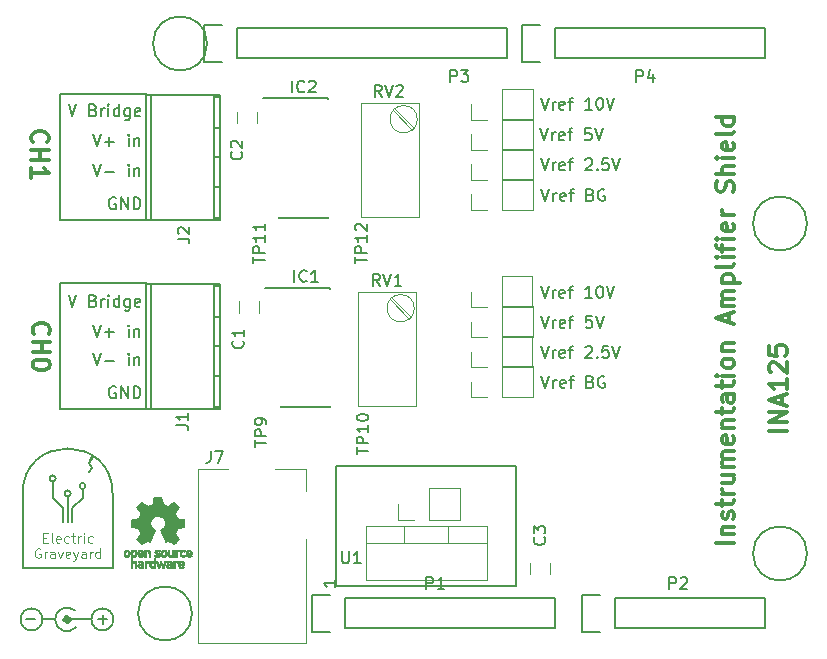
<source format=gbr>
G04 #@! TF.GenerationSoftware,KiCad,Pcbnew,(5.0.2)-1*
G04 #@! TF.CreationDate,2019-01-29T00:01:16-05:00*
G04 #@! TF.ProjectId,LoadCellShield,4c6f6164-4365-46c6-9c53-6869656c642e,rev?*
G04 #@! TF.SameCoordinates,Original*
G04 #@! TF.FileFunction,Legend,Top*
G04 #@! TF.FilePolarity,Positive*
%FSLAX46Y46*%
G04 Gerber Fmt 4.6, Leading zero omitted, Abs format (unit mm)*
G04 Created by KiCad (PCBNEW (5.0.2)-1) date 1/29/2019 12:01:16 AM*
%MOMM*%
%LPD*%
G01*
G04 APERTURE LIST*
%ADD10C,0.150000*%
%ADD11C,0.300000*%
%ADD12C,0.100000*%
%ADD13C,0.200000*%
%ADD14C,0.120000*%
%ADD15C,0.500000*%
%ADD16C,0.010000*%
G04 APERTURE END LIST*
D10*
X118872000Y-110617000D02*
X118491000Y-111125000D01*
X118745000Y-111506000D02*
X118491000Y-111887000D01*
X118491000Y-111125000D02*
X118745000Y-111506000D01*
X118745000Y-110490000D02*
X118491000Y-111125000D01*
X115443000Y-114046000D02*
X116332000Y-114935000D01*
D11*
X177589571Y-108346428D02*
X176089571Y-108346428D01*
X177589571Y-107632142D02*
X176089571Y-107632142D01*
X177589571Y-106775000D01*
X176089571Y-106775000D01*
X177161000Y-106132142D02*
X177161000Y-105417857D01*
X177589571Y-106275000D02*
X176089571Y-105775000D01*
X177589571Y-105275000D01*
X177589571Y-103989285D02*
X177589571Y-104846428D01*
X177589571Y-104417857D02*
X176089571Y-104417857D01*
X176303857Y-104560714D01*
X176446714Y-104703571D01*
X176518142Y-104846428D01*
X176232428Y-103417857D02*
X176161000Y-103346428D01*
X176089571Y-103203571D01*
X176089571Y-102846428D01*
X176161000Y-102703571D01*
X176232428Y-102632142D01*
X176375285Y-102560714D01*
X176518142Y-102560714D01*
X176732428Y-102632142D01*
X177589571Y-103489285D01*
X177589571Y-102560714D01*
X176089571Y-101203571D02*
X176089571Y-101917857D01*
X176803857Y-101989285D01*
X176732428Y-101917857D01*
X176661000Y-101775000D01*
X176661000Y-101417857D01*
X176732428Y-101275000D01*
X176803857Y-101203571D01*
X176946714Y-101132142D01*
X177303857Y-101132142D01*
X177446714Y-101203571D01*
X177518142Y-101275000D01*
X177589571Y-101417857D01*
X177589571Y-101775000D01*
X177518142Y-101917857D01*
X177446714Y-101989285D01*
D12*
X114636809Y-117402857D02*
X114903476Y-117402857D01*
X115017761Y-117821904D02*
X114636809Y-117821904D01*
X114636809Y-117021904D01*
X115017761Y-117021904D01*
X115474904Y-117821904D02*
X115398714Y-117783809D01*
X115360619Y-117707619D01*
X115360619Y-117021904D01*
X116084428Y-117783809D02*
X116008238Y-117821904D01*
X115855857Y-117821904D01*
X115779666Y-117783809D01*
X115741571Y-117707619D01*
X115741571Y-117402857D01*
X115779666Y-117326666D01*
X115855857Y-117288571D01*
X116008238Y-117288571D01*
X116084428Y-117326666D01*
X116122523Y-117402857D01*
X116122523Y-117479047D01*
X115741571Y-117555238D01*
X116808238Y-117783809D02*
X116732047Y-117821904D01*
X116579666Y-117821904D01*
X116503476Y-117783809D01*
X116465380Y-117745714D01*
X116427285Y-117669523D01*
X116427285Y-117440952D01*
X116465380Y-117364761D01*
X116503476Y-117326666D01*
X116579666Y-117288571D01*
X116732047Y-117288571D01*
X116808238Y-117326666D01*
X117036809Y-117288571D02*
X117341571Y-117288571D01*
X117151095Y-117021904D02*
X117151095Y-117707619D01*
X117189190Y-117783809D01*
X117265380Y-117821904D01*
X117341571Y-117821904D01*
X117608238Y-117821904D02*
X117608238Y-117288571D01*
X117608238Y-117440952D02*
X117646333Y-117364761D01*
X117684428Y-117326666D01*
X117760619Y-117288571D01*
X117836809Y-117288571D01*
X118103476Y-117821904D02*
X118103476Y-117288571D01*
X118103476Y-117021904D02*
X118065380Y-117060000D01*
X118103476Y-117098095D01*
X118141571Y-117060000D01*
X118103476Y-117021904D01*
X118103476Y-117098095D01*
X118827285Y-117783809D02*
X118751095Y-117821904D01*
X118598714Y-117821904D01*
X118522523Y-117783809D01*
X118484428Y-117745714D01*
X118446333Y-117669523D01*
X118446333Y-117440952D01*
X118484428Y-117364761D01*
X118522523Y-117326666D01*
X118598714Y-117288571D01*
X118751095Y-117288571D01*
X118827285Y-117326666D01*
X114389190Y-118360000D02*
X114313000Y-118321904D01*
X114198714Y-118321904D01*
X114084428Y-118360000D01*
X114008238Y-118436190D01*
X113970142Y-118512380D01*
X113932047Y-118664761D01*
X113932047Y-118779047D01*
X113970142Y-118931428D01*
X114008238Y-119007619D01*
X114084428Y-119083809D01*
X114198714Y-119121904D01*
X114274904Y-119121904D01*
X114389190Y-119083809D01*
X114427285Y-119045714D01*
X114427285Y-118779047D01*
X114274904Y-118779047D01*
X114770142Y-119121904D02*
X114770142Y-118588571D01*
X114770142Y-118740952D02*
X114808238Y-118664761D01*
X114846333Y-118626666D01*
X114922523Y-118588571D01*
X114998714Y-118588571D01*
X115608238Y-119121904D02*
X115608238Y-118702857D01*
X115570142Y-118626666D01*
X115493952Y-118588571D01*
X115341571Y-118588571D01*
X115265380Y-118626666D01*
X115608238Y-119083809D02*
X115532047Y-119121904D01*
X115341571Y-119121904D01*
X115265380Y-119083809D01*
X115227285Y-119007619D01*
X115227285Y-118931428D01*
X115265380Y-118855238D01*
X115341571Y-118817142D01*
X115532047Y-118817142D01*
X115608238Y-118779047D01*
X115913000Y-118588571D02*
X116103476Y-119121904D01*
X116293952Y-118588571D01*
X116903476Y-119083809D02*
X116827285Y-119121904D01*
X116674904Y-119121904D01*
X116598714Y-119083809D01*
X116560619Y-119007619D01*
X116560619Y-118702857D01*
X116598714Y-118626666D01*
X116674904Y-118588571D01*
X116827285Y-118588571D01*
X116903476Y-118626666D01*
X116941571Y-118702857D01*
X116941571Y-118779047D01*
X116560619Y-118855238D01*
X117208238Y-118588571D02*
X117398714Y-119121904D01*
X117589190Y-118588571D02*
X117398714Y-119121904D01*
X117322523Y-119312380D01*
X117284428Y-119350476D01*
X117208238Y-119388571D01*
X118236809Y-119121904D02*
X118236809Y-118702857D01*
X118198714Y-118626666D01*
X118122523Y-118588571D01*
X117970142Y-118588571D01*
X117893952Y-118626666D01*
X118236809Y-119083809D02*
X118160619Y-119121904D01*
X117970142Y-119121904D01*
X117893952Y-119083809D01*
X117855857Y-119007619D01*
X117855857Y-118931428D01*
X117893952Y-118855238D01*
X117970142Y-118817142D01*
X118160619Y-118817142D01*
X118236809Y-118779047D01*
X118617761Y-119121904D02*
X118617761Y-118588571D01*
X118617761Y-118740952D02*
X118655857Y-118664761D01*
X118693952Y-118626666D01*
X118770142Y-118588571D01*
X118846333Y-118588571D01*
X119455857Y-119121904D02*
X119455857Y-118321904D01*
X119455857Y-119083809D02*
X119379666Y-119121904D01*
X119227285Y-119121904D01*
X119151095Y-119083809D01*
X119113000Y-119045714D01*
X119074904Y-118969523D01*
X119074904Y-118740952D01*
X119113000Y-118664761D01*
X119151095Y-118626666D01*
X119227285Y-118588571D01*
X119379666Y-118588571D01*
X119455857Y-118626666D01*
D10*
X117094000Y-114935000D02*
X117094000Y-116078000D01*
X117983000Y-114046000D02*
X117094000Y-114935000D01*
X117983000Y-113284000D02*
X117983000Y-114046000D01*
X116713000Y-113919000D02*
X116713000Y-116078000D01*
X116332000Y-114935000D02*
X116332000Y-116078000D01*
X115443000Y-112649000D02*
X115443000Y-114046000D01*
X118237000Y-113030000D02*
G75*
G03X118237000Y-113030000I-254000J0D01*
G01*
X116967000Y-113665000D02*
G75*
G03X116967000Y-113665000I-254000J0D01*
G01*
X115697000Y-112395000D02*
G75*
G03X115697000Y-112395000I-254000J0D01*
G01*
X112903000Y-120015000D02*
X112903000Y-118745000D01*
X120523000Y-120015000D02*
X120523000Y-118745000D01*
D13*
X113994590Y-124307843D02*
X113232685Y-124307843D01*
X120090590Y-124307843D02*
X119328685Y-124307843D01*
X119709638Y-123926891D02*
X119709638Y-124688795D01*
D10*
X120523000Y-118745000D02*
X120523000Y-113665000D01*
X112903000Y-120015000D02*
X120523000Y-120015000D01*
X112903000Y-113665000D02*
X112903000Y-118745000D01*
X112903000Y-113665000D02*
G75*
G02X120523000Y-113665000I3810000J0D01*
G01*
D11*
X173144571Y-117822000D02*
X171644571Y-117822000D01*
X172144571Y-117107714D02*
X173144571Y-117107714D01*
X172287428Y-117107714D02*
X172216000Y-117036285D01*
X172144571Y-116893428D01*
X172144571Y-116679142D01*
X172216000Y-116536285D01*
X172358857Y-116464857D01*
X173144571Y-116464857D01*
X173073142Y-115822000D02*
X173144571Y-115679142D01*
X173144571Y-115393428D01*
X173073142Y-115250571D01*
X172930285Y-115179142D01*
X172858857Y-115179142D01*
X172716000Y-115250571D01*
X172644571Y-115393428D01*
X172644571Y-115607714D01*
X172573142Y-115750571D01*
X172430285Y-115822000D01*
X172358857Y-115822000D01*
X172216000Y-115750571D01*
X172144571Y-115607714D01*
X172144571Y-115393428D01*
X172216000Y-115250571D01*
X172144571Y-114750571D02*
X172144571Y-114179142D01*
X171644571Y-114536285D02*
X172930285Y-114536285D01*
X173073142Y-114464857D01*
X173144571Y-114322000D01*
X173144571Y-114179142D01*
X173144571Y-113679142D02*
X172144571Y-113679142D01*
X172430285Y-113679142D02*
X172287428Y-113607714D01*
X172216000Y-113536285D01*
X172144571Y-113393428D01*
X172144571Y-113250571D01*
X172144571Y-112107714D02*
X173144571Y-112107714D01*
X172144571Y-112750571D02*
X172930285Y-112750571D01*
X173073142Y-112679142D01*
X173144571Y-112536285D01*
X173144571Y-112322000D01*
X173073142Y-112179142D01*
X173001714Y-112107714D01*
X173144571Y-111393428D02*
X172144571Y-111393428D01*
X172287428Y-111393428D02*
X172216000Y-111322000D01*
X172144571Y-111179142D01*
X172144571Y-110964857D01*
X172216000Y-110822000D01*
X172358857Y-110750571D01*
X173144571Y-110750571D01*
X172358857Y-110750571D02*
X172216000Y-110679142D01*
X172144571Y-110536285D01*
X172144571Y-110322000D01*
X172216000Y-110179142D01*
X172358857Y-110107714D01*
X173144571Y-110107714D01*
X173073142Y-108822000D02*
X173144571Y-108964857D01*
X173144571Y-109250571D01*
X173073142Y-109393428D01*
X172930285Y-109464857D01*
X172358857Y-109464857D01*
X172216000Y-109393428D01*
X172144571Y-109250571D01*
X172144571Y-108964857D01*
X172216000Y-108822000D01*
X172358857Y-108750571D01*
X172501714Y-108750571D01*
X172644571Y-109464857D01*
X172144571Y-108107714D02*
X173144571Y-108107714D01*
X172287428Y-108107714D02*
X172216000Y-108036285D01*
X172144571Y-107893428D01*
X172144571Y-107679142D01*
X172216000Y-107536285D01*
X172358857Y-107464857D01*
X173144571Y-107464857D01*
X172144571Y-106964857D02*
X172144571Y-106393428D01*
X171644571Y-106750571D02*
X172930285Y-106750571D01*
X173073142Y-106679142D01*
X173144571Y-106536285D01*
X173144571Y-106393428D01*
X173144571Y-105250571D02*
X172358857Y-105250571D01*
X172216000Y-105322000D01*
X172144571Y-105464857D01*
X172144571Y-105750571D01*
X172216000Y-105893428D01*
X173073142Y-105250571D02*
X173144571Y-105393428D01*
X173144571Y-105750571D01*
X173073142Y-105893428D01*
X172930285Y-105964857D01*
X172787428Y-105964857D01*
X172644571Y-105893428D01*
X172573142Y-105750571D01*
X172573142Y-105393428D01*
X172501714Y-105250571D01*
X172144571Y-104750571D02*
X172144571Y-104179142D01*
X171644571Y-104536285D02*
X172930285Y-104536285D01*
X173073142Y-104464857D01*
X173144571Y-104322000D01*
X173144571Y-104179142D01*
X173144571Y-103679142D02*
X172144571Y-103679142D01*
X171644571Y-103679142D02*
X171716000Y-103750571D01*
X171787428Y-103679142D01*
X171716000Y-103607714D01*
X171644571Y-103679142D01*
X171787428Y-103679142D01*
X173144571Y-102750571D02*
X173073142Y-102893428D01*
X173001714Y-102964857D01*
X172858857Y-103036285D01*
X172430285Y-103036285D01*
X172287428Y-102964857D01*
X172216000Y-102893428D01*
X172144571Y-102750571D01*
X172144571Y-102536285D01*
X172216000Y-102393428D01*
X172287428Y-102322000D01*
X172430285Y-102250571D01*
X172858857Y-102250571D01*
X173001714Y-102322000D01*
X173073142Y-102393428D01*
X173144571Y-102536285D01*
X173144571Y-102750571D01*
X172144571Y-101607714D02*
X173144571Y-101607714D01*
X172287428Y-101607714D02*
X172216000Y-101536285D01*
X172144571Y-101393428D01*
X172144571Y-101179142D01*
X172216000Y-101036285D01*
X172358857Y-100964857D01*
X173144571Y-100964857D01*
X172716000Y-99179142D02*
X172716000Y-98464857D01*
X173144571Y-99322000D02*
X171644571Y-98822000D01*
X173144571Y-98322000D01*
X173144571Y-97822000D02*
X172144571Y-97822000D01*
X172287428Y-97822000D02*
X172216000Y-97750571D01*
X172144571Y-97607714D01*
X172144571Y-97393428D01*
X172216000Y-97250571D01*
X172358857Y-97179142D01*
X173144571Y-97179142D01*
X172358857Y-97179142D02*
X172216000Y-97107714D01*
X172144571Y-96964857D01*
X172144571Y-96750571D01*
X172216000Y-96607714D01*
X172358857Y-96536285D01*
X173144571Y-96536285D01*
X172144571Y-95822000D02*
X173644571Y-95822000D01*
X172216000Y-95822000D02*
X172144571Y-95679142D01*
X172144571Y-95393428D01*
X172216000Y-95250571D01*
X172287428Y-95179142D01*
X172430285Y-95107714D01*
X172858857Y-95107714D01*
X173001714Y-95179142D01*
X173073142Y-95250571D01*
X173144571Y-95393428D01*
X173144571Y-95679142D01*
X173073142Y-95822000D01*
X173144571Y-94250571D02*
X173073142Y-94393428D01*
X172930285Y-94464857D01*
X171644571Y-94464857D01*
X173144571Y-93679142D02*
X172144571Y-93679142D01*
X171644571Y-93679142D02*
X171716000Y-93750571D01*
X171787428Y-93679142D01*
X171716000Y-93607714D01*
X171644571Y-93679142D01*
X171787428Y-93679142D01*
X172144571Y-93179142D02*
X172144571Y-92607714D01*
X173144571Y-92964857D02*
X171858857Y-92964857D01*
X171716000Y-92893428D01*
X171644571Y-92750571D01*
X171644571Y-92607714D01*
X173144571Y-92107714D02*
X172144571Y-92107714D01*
X171644571Y-92107714D02*
X171716000Y-92179142D01*
X171787428Y-92107714D01*
X171716000Y-92036285D01*
X171644571Y-92107714D01*
X171787428Y-92107714D01*
X173073142Y-90822000D02*
X173144571Y-90964857D01*
X173144571Y-91250571D01*
X173073142Y-91393428D01*
X172930285Y-91464857D01*
X172358857Y-91464857D01*
X172216000Y-91393428D01*
X172144571Y-91250571D01*
X172144571Y-90964857D01*
X172216000Y-90822000D01*
X172358857Y-90750571D01*
X172501714Y-90750571D01*
X172644571Y-91464857D01*
X173144571Y-90107714D02*
X172144571Y-90107714D01*
X172430285Y-90107714D02*
X172287428Y-90036285D01*
X172216000Y-89964857D01*
X172144571Y-89822000D01*
X172144571Y-89679142D01*
X173073142Y-88107714D02*
X173144571Y-87893428D01*
X173144571Y-87536285D01*
X173073142Y-87393428D01*
X173001714Y-87322000D01*
X172858857Y-87250571D01*
X172716000Y-87250571D01*
X172573142Y-87322000D01*
X172501714Y-87393428D01*
X172430285Y-87536285D01*
X172358857Y-87822000D01*
X172287428Y-87964857D01*
X172216000Y-88036285D01*
X172073142Y-88107714D01*
X171930285Y-88107714D01*
X171787428Y-88036285D01*
X171716000Y-87964857D01*
X171644571Y-87822000D01*
X171644571Y-87464857D01*
X171716000Y-87250571D01*
X173144571Y-86607714D02*
X171644571Y-86607714D01*
X173144571Y-85964857D02*
X172358857Y-85964857D01*
X172216000Y-86036285D01*
X172144571Y-86179142D01*
X172144571Y-86393428D01*
X172216000Y-86536285D01*
X172287428Y-86607714D01*
X173144571Y-85250571D02*
X172144571Y-85250571D01*
X171644571Y-85250571D02*
X171716000Y-85322000D01*
X171787428Y-85250571D01*
X171716000Y-85179142D01*
X171644571Y-85250571D01*
X171787428Y-85250571D01*
X173073142Y-83964857D02*
X173144571Y-84107714D01*
X173144571Y-84393428D01*
X173073142Y-84536285D01*
X172930285Y-84607714D01*
X172358857Y-84607714D01*
X172216000Y-84536285D01*
X172144571Y-84393428D01*
X172144571Y-84107714D01*
X172216000Y-83964857D01*
X172358857Y-83893428D01*
X172501714Y-83893428D01*
X172644571Y-84607714D01*
X173144571Y-83036285D02*
X173073142Y-83179142D01*
X172930285Y-83250571D01*
X171644571Y-83250571D01*
X173144571Y-81822000D02*
X171644571Y-81822000D01*
X173073142Y-81822000D02*
X173144571Y-81964857D01*
X173144571Y-82250571D01*
X173073142Y-82393428D01*
X173001714Y-82464857D01*
X172858857Y-82536285D01*
X172430285Y-82536285D01*
X172287428Y-82464857D01*
X172216000Y-82393428D01*
X172144571Y-82250571D01*
X172144571Y-81964857D01*
X172216000Y-81822000D01*
D13*
X156789857Y-101179380D02*
X157123190Y-102179380D01*
X157456523Y-101179380D01*
X157789857Y-102179380D02*
X157789857Y-101512714D01*
X157789857Y-101703190D02*
X157837476Y-101607952D01*
X157885095Y-101560333D01*
X157980333Y-101512714D01*
X158075571Y-101512714D01*
X158789857Y-102131761D02*
X158694619Y-102179380D01*
X158504142Y-102179380D01*
X158408904Y-102131761D01*
X158361285Y-102036523D01*
X158361285Y-101655571D01*
X158408904Y-101560333D01*
X158504142Y-101512714D01*
X158694619Y-101512714D01*
X158789857Y-101560333D01*
X158837476Y-101655571D01*
X158837476Y-101750809D01*
X158361285Y-101846047D01*
X159123190Y-101512714D02*
X159504142Y-101512714D01*
X159266047Y-102179380D02*
X159266047Y-101322238D01*
X159313666Y-101227000D01*
X159408904Y-101179380D01*
X159504142Y-101179380D01*
X160551761Y-101274619D02*
X160599380Y-101227000D01*
X160694619Y-101179380D01*
X160932714Y-101179380D01*
X161027952Y-101227000D01*
X161075571Y-101274619D01*
X161123190Y-101369857D01*
X161123190Y-101465095D01*
X161075571Y-101607952D01*
X160504142Y-102179380D01*
X161123190Y-102179380D01*
X161551761Y-102084142D02*
X161599380Y-102131761D01*
X161551761Y-102179380D01*
X161504142Y-102131761D01*
X161551761Y-102084142D01*
X161551761Y-102179380D01*
X162504142Y-101179380D02*
X162027952Y-101179380D01*
X161980333Y-101655571D01*
X162027952Y-101607952D01*
X162123190Y-101560333D01*
X162361285Y-101560333D01*
X162456523Y-101607952D01*
X162504142Y-101655571D01*
X162551761Y-101750809D01*
X162551761Y-101988904D01*
X162504142Y-102084142D01*
X162456523Y-102131761D01*
X162361285Y-102179380D01*
X162123190Y-102179380D01*
X162027952Y-102131761D01*
X161980333Y-102084142D01*
X162837476Y-101179380D02*
X163170809Y-102179380D01*
X163504142Y-101179380D01*
X156773952Y-96099380D02*
X157107285Y-97099380D01*
X157440619Y-96099380D01*
X157773952Y-97099380D02*
X157773952Y-96432714D01*
X157773952Y-96623190D02*
X157821571Y-96527952D01*
X157869190Y-96480333D01*
X157964428Y-96432714D01*
X158059666Y-96432714D01*
X158773952Y-97051761D02*
X158678714Y-97099380D01*
X158488238Y-97099380D01*
X158393000Y-97051761D01*
X158345380Y-96956523D01*
X158345380Y-96575571D01*
X158393000Y-96480333D01*
X158488238Y-96432714D01*
X158678714Y-96432714D01*
X158773952Y-96480333D01*
X158821571Y-96575571D01*
X158821571Y-96670809D01*
X158345380Y-96766047D01*
X159107285Y-96432714D02*
X159488238Y-96432714D01*
X159250142Y-97099380D02*
X159250142Y-96242238D01*
X159297761Y-96147000D01*
X159393000Y-96099380D01*
X159488238Y-96099380D01*
X161107285Y-97099380D02*
X160535857Y-97099380D01*
X160821571Y-97099380D02*
X160821571Y-96099380D01*
X160726333Y-96242238D01*
X160631095Y-96337476D01*
X160535857Y-96385095D01*
X161726333Y-96099380D02*
X161821571Y-96099380D01*
X161916809Y-96147000D01*
X161964428Y-96194619D01*
X162012047Y-96289857D01*
X162059666Y-96480333D01*
X162059666Y-96718428D01*
X162012047Y-96908904D01*
X161964428Y-97004142D01*
X161916809Y-97051761D01*
X161821571Y-97099380D01*
X161726333Y-97099380D01*
X161631095Y-97051761D01*
X161583476Y-97004142D01*
X161535857Y-96908904D01*
X161488238Y-96718428D01*
X161488238Y-96480333D01*
X161535857Y-96289857D01*
X161583476Y-96194619D01*
X161631095Y-96147000D01*
X161726333Y-96099380D01*
X162345380Y-96099380D02*
X162678714Y-97099380D01*
X163012047Y-96099380D01*
X156805642Y-98639380D02*
X157138976Y-99639380D01*
X157472309Y-98639380D01*
X157805642Y-99639380D02*
X157805642Y-98972714D01*
X157805642Y-99163190D02*
X157853261Y-99067952D01*
X157900880Y-99020333D01*
X157996119Y-98972714D01*
X158091357Y-98972714D01*
X158805642Y-99591761D02*
X158710404Y-99639380D01*
X158519928Y-99639380D01*
X158424690Y-99591761D01*
X158377071Y-99496523D01*
X158377071Y-99115571D01*
X158424690Y-99020333D01*
X158519928Y-98972714D01*
X158710404Y-98972714D01*
X158805642Y-99020333D01*
X158853261Y-99115571D01*
X158853261Y-99210809D01*
X158377071Y-99306047D01*
X159138976Y-98972714D02*
X159519928Y-98972714D01*
X159281833Y-99639380D02*
X159281833Y-98782238D01*
X159329452Y-98687000D01*
X159424690Y-98639380D01*
X159519928Y-98639380D01*
X161091357Y-98639380D02*
X160615166Y-98639380D01*
X160567547Y-99115571D01*
X160615166Y-99067952D01*
X160710404Y-99020333D01*
X160948500Y-99020333D01*
X161043738Y-99067952D01*
X161091357Y-99115571D01*
X161138976Y-99210809D01*
X161138976Y-99448904D01*
X161091357Y-99544142D01*
X161043738Y-99591761D01*
X160948500Y-99639380D01*
X160710404Y-99639380D01*
X160615166Y-99591761D01*
X160567547Y-99544142D01*
X161424690Y-98639380D02*
X161758023Y-99639380D01*
X162091357Y-98639380D01*
X156837404Y-103719380D02*
X157170738Y-104719380D01*
X157504071Y-103719380D01*
X157837404Y-104719380D02*
X157837404Y-104052714D01*
X157837404Y-104243190D02*
X157885023Y-104147952D01*
X157932642Y-104100333D01*
X158027880Y-104052714D01*
X158123119Y-104052714D01*
X158837404Y-104671761D02*
X158742166Y-104719380D01*
X158551690Y-104719380D01*
X158456452Y-104671761D01*
X158408833Y-104576523D01*
X158408833Y-104195571D01*
X158456452Y-104100333D01*
X158551690Y-104052714D01*
X158742166Y-104052714D01*
X158837404Y-104100333D01*
X158885023Y-104195571D01*
X158885023Y-104290809D01*
X158408833Y-104386047D01*
X159170738Y-104052714D02*
X159551690Y-104052714D01*
X159313595Y-104719380D02*
X159313595Y-103862238D01*
X159361214Y-103767000D01*
X159456452Y-103719380D01*
X159551690Y-103719380D01*
X160980261Y-104195571D02*
X161123119Y-104243190D01*
X161170738Y-104290809D01*
X161218357Y-104386047D01*
X161218357Y-104528904D01*
X161170738Y-104624142D01*
X161123119Y-104671761D01*
X161027880Y-104719380D01*
X160646928Y-104719380D01*
X160646928Y-103719380D01*
X160980261Y-103719380D01*
X161075500Y-103767000D01*
X161123119Y-103814619D01*
X161170738Y-103909857D01*
X161170738Y-104005095D01*
X161123119Y-104100333D01*
X161075500Y-104147952D01*
X160980261Y-104195571D01*
X160646928Y-104195571D01*
X162170738Y-103767000D02*
X162075500Y-103719380D01*
X161932642Y-103719380D01*
X161789785Y-103767000D01*
X161694547Y-103862238D01*
X161646928Y-103957476D01*
X161599309Y-104147952D01*
X161599309Y-104290809D01*
X161646928Y-104481285D01*
X161694547Y-104576523D01*
X161789785Y-104671761D01*
X161932642Y-104719380D01*
X162027880Y-104719380D01*
X162170738Y-104671761D01*
X162218357Y-104624142D01*
X162218357Y-104290809D01*
X162027880Y-104290809D01*
D10*
X116078000Y-106553000D02*
X123444000Y-106553000D01*
X116078000Y-95885000D02*
X116078000Y-106553000D01*
X123444000Y-95885000D02*
X116078000Y-95885000D01*
X116078000Y-79883000D02*
X123444000Y-79883000D01*
X116078000Y-90551000D02*
X116078000Y-79883000D01*
X123444000Y-90551000D02*
X116078000Y-90551000D01*
D13*
X118880190Y-101814380D02*
X119213523Y-102814380D01*
X119546857Y-101814380D01*
X119880190Y-102433428D02*
X120642095Y-102433428D01*
X121880190Y-102814380D02*
X121880190Y-102147714D01*
X121880190Y-101814380D02*
X121832571Y-101862000D01*
X121880190Y-101909619D01*
X121927809Y-101862000D01*
X121880190Y-101814380D01*
X121880190Y-101909619D01*
X122356380Y-102147714D02*
X122356380Y-102814380D01*
X122356380Y-102242952D02*
X122404000Y-102195333D01*
X122499238Y-102147714D01*
X122642095Y-102147714D01*
X122737333Y-102195333D01*
X122784952Y-102290571D01*
X122784952Y-102814380D01*
X118880190Y-85812380D02*
X119213523Y-86812380D01*
X119546857Y-85812380D01*
X119880190Y-86431428D02*
X120642095Y-86431428D01*
X121880190Y-86812380D02*
X121880190Y-86145714D01*
X121880190Y-85812380D02*
X121832571Y-85860000D01*
X121880190Y-85907619D01*
X121927809Y-85860000D01*
X121880190Y-85812380D01*
X121880190Y-85907619D01*
X122356380Y-86145714D02*
X122356380Y-86812380D01*
X122356380Y-86240952D02*
X122404000Y-86193333D01*
X122499238Y-86145714D01*
X122642095Y-86145714D01*
X122737333Y-86193333D01*
X122784952Y-86288571D01*
X122784952Y-86812380D01*
X118880190Y-83272380D02*
X119213523Y-84272380D01*
X119546857Y-83272380D01*
X119880190Y-83891428D02*
X120642095Y-83891428D01*
X120261142Y-84272380D02*
X120261142Y-83510476D01*
X121880190Y-84272380D02*
X121880190Y-83605714D01*
X121880190Y-83272380D02*
X121832571Y-83320000D01*
X121880190Y-83367619D01*
X121927809Y-83320000D01*
X121880190Y-83272380D01*
X121880190Y-83367619D01*
X122356380Y-83605714D02*
X122356380Y-84272380D01*
X122356380Y-83700952D02*
X122404000Y-83653333D01*
X122499238Y-83605714D01*
X122642095Y-83605714D01*
X122737333Y-83653333D01*
X122784952Y-83748571D01*
X122784952Y-84272380D01*
X118880190Y-99401380D02*
X119213523Y-100401380D01*
X119546857Y-99401380D01*
X119880190Y-100020428D02*
X120642095Y-100020428D01*
X120261142Y-100401380D02*
X120261142Y-99639476D01*
X121880190Y-100401380D02*
X121880190Y-99734714D01*
X121880190Y-99401380D02*
X121832571Y-99449000D01*
X121880190Y-99496619D01*
X121927809Y-99449000D01*
X121880190Y-99401380D01*
X121880190Y-99496619D01*
X122356380Y-99734714D02*
X122356380Y-100401380D01*
X122356380Y-99829952D02*
X122404000Y-99782333D01*
X122499238Y-99734714D01*
X122642095Y-99734714D01*
X122737333Y-99782333D01*
X122784952Y-99877571D01*
X122784952Y-100401380D01*
X116792761Y-96861380D02*
X117126095Y-97861380D01*
X117459428Y-96861380D01*
X118888000Y-97337571D02*
X119030857Y-97385190D01*
X119078476Y-97432809D01*
X119126095Y-97528047D01*
X119126095Y-97670904D01*
X119078476Y-97766142D01*
X119030857Y-97813761D01*
X118935619Y-97861380D01*
X118554666Y-97861380D01*
X118554666Y-96861380D01*
X118888000Y-96861380D01*
X118983238Y-96909000D01*
X119030857Y-96956619D01*
X119078476Y-97051857D01*
X119078476Y-97147095D01*
X119030857Y-97242333D01*
X118983238Y-97289952D01*
X118888000Y-97337571D01*
X118554666Y-97337571D01*
X119554666Y-97861380D02*
X119554666Y-97194714D01*
X119554666Y-97385190D02*
X119602285Y-97289952D01*
X119649904Y-97242333D01*
X119745142Y-97194714D01*
X119840380Y-97194714D01*
X120173714Y-97861380D02*
X120173714Y-97194714D01*
X120173714Y-96861380D02*
X120126095Y-96909000D01*
X120173714Y-96956619D01*
X120221333Y-96909000D01*
X120173714Y-96861380D01*
X120173714Y-96956619D01*
X121078476Y-97861380D02*
X121078476Y-96861380D01*
X121078476Y-97813761D02*
X120983238Y-97861380D01*
X120792761Y-97861380D01*
X120697523Y-97813761D01*
X120649904Y-97766142D01*
X120602285Y-97670904D01*
X120602285Y-97385190D01*
X120649904Y-97289952D01*
X120697523Y-97242333D01*
X120792761Y-97194714D01*
X120983238Y-97194714D01*
X121078476Y-97242333D01*
X121983238Y-97194714D02*
X121983238Y-98004238D01*
X121935619Y-98099476D01*
X121888000Y-98147095D01*
X121792761Y-98194714D01*
X121649904Y-98194714D01*
X121554666Y-98147095D01*
X121983238Y-97813761D02*
X121888000Y-97861380D01*
X121697523Y-97861380D01*
X121602285Y-97813761D01*
X121554666Y-97766142D01*
X121507047Y-97670904D01*
X121507047Y-97385190D01*
X121554666Y-97289952D01*
X121602285Y-97242333D01*
X121697523Y-97194714D01*
X121888000Y-97194714D01*
X121983238Y-97242333D01*
X122840380Y-97813761D02*
X122745142Y-97861380D01*
X122554666Y-97861380D01*
X122459428Y-97813761D01*
X122411809Y-97718523D01*
X122411809Y-97337571D01*
X122459428Y-97242333D01*
X122554666Y-97194714D01*
X122745142Y-97194714D01*
X122840380Y-97242333D01*
X122888000Y-97337571D01*
X122888000Y-97432809D01*
X122411809Y-97528047D01*
X116792761Y-80732380D02*
X117126095Y-81732380D01*
X117459428Y-80732380D01*
X118888000Y-81208571D02*
X119030857Y-81256190D01*
X119078476Y-81303809D01*
X119126095Y-81399047D01*
X119126095Y-81541904D01*
X119078476Y-81637142D01*
X119030857Y-81684761D01*
X118935619Y-81732380D01*
X118554666Y-81732380D01*
X118554666Y-80732380D01*
X118888000Y-80732380D01*
X118983238Y-80780000D01*
X119030857Y-80827619D01*
X119078476Y-80922857D01*
X119078476Y-81018095D01*
X119030857Y-81113333D01*
X118983238Y-81160952D01*
X118888000Y-81208571D01*
X118554666Y-81208571D01*
X119554666Y-81732380D02*
X119554666Y-81065714D01*
X119554666Y-81256190D02*
X119602285Y-81160952D01*
X119649904Y-81113333D01*
X119745142Y-81065714D01*
X119840380Y-81065714D01*
X120173714Y-81732380D02*
X120173714Y-81065714D01*
X120173714Y-80732380D02*
X120126095Y-80780000D01*
X120173714Y-80827619D01*
X120221333Y-80780000D01*
X120173714Y-80732380D01*
X120173714Y-80827619D01*
X121078476Y-81732380D02*
X121078476Y-80732380D01*
X121078476Y-81684761D02*
X120983238Y-81732380D01*
X120792761Y-81732380D01*
X120697523Y-81684761D01*
X120649904Y-81637142D01*
X120602285Y-81541904D01*
X120602285Y-81256190D01*
X120649904Y-81160952D01*
X120697523Y-81113333D01*
X120792761Y-81065714D01*
X120983238Y-81065714D01*
X121078476Y-81113333D01*
X121983238Y-81065714D02*
X121983238Y-81875238D01*
X121935619Y-81970476D01*
X121888000Y-82018095D01*
X121792761Y-82065714D01*
X121649904Y-82065714D01*
X121554666Y-82018095D01*
X121983238Y-81684761D02*
X121888000Y-81732380D01*
X121697523Y-81732380D01*
X121602285Y-81684761D01*
X121554666Y-81637142D01*
X121507047Y-81541904D01*
X121507047Y-81256190D01*
X121554666Y-81160952D01*
X121602285Y-81113333D01*
X121697523Y-81065714D01*
X121888000Y-81065714D01*
X121983238Y-81113333D01*
X122840380Y-81684761D02*
X122745142Y-81732380D01*
X122554666Y-81732380D01*
X122459428Y-81684761D01*
X122411809Y-81589523D01*
X122411809Y-81208571D01*
X122459428Y-81113333D01*
X122554666Y-81065714D01*
X122745142Y-81065714D01*
X122840380Y-81113333D01*
X122888000Y-81208571D01*
X122888000Y-81303809D01*
X122411809Y-81399047D01*
X120777095Y-88654000D02*
X120681857Y-88606380D01*
X120539000Y-88606380D01*
X120396142Y-88654000D01*
X120300904Y-88749238D01*
X120253285Y-88844476D01*
X120205666Y-89034952D01*
X120205666Y-89177809D01*
X120253285Y-89368285D01*
X120300904Y-89463523D01*
X120396142Y-89558761D01*
X120539000Y-89606380D01*
X120634238Y-89606380D01*
X120777095Y-89558761D01*
X120824714Y-89511142D01*
X120824714Y-89177809D01*
X120634238Y-89177809D01*
X121253285Y-89606380D02*
X121253285Y-88606380D01*
X121824714Y-89606380D01*
X121824714Y-88606380D01*
X122300904Y-89606380D02*
X122300904Y-88606380D01*
X122539000Y-88606380D01*
X122681857Y-88654000D01*
X122777095Y-88749238D01*
X122824714Y-88844476D01*
X122872333Y-89034952D01*
X122872333Y-89177809D01*
X122824714Y-89368285D01*
X122777095Y-89463523D01*
X122681857Y-89558761D01*
X122539000Y-89606380D01*
X122300904Y-89606380D01*
X120777095Y-104656000D02*
X120681857Y-104608380D01*
X120539000Y-104608380D01*
X120396142Y-104656000D01*
X120300904Y-104751238D01*
X120253285Y-104846476D01*
X120205666Y-105036952D01*
X120205666Y-105179809D01*
X120253285Y-105370285D01*
X120300904Y-105465523D01*
X120396142Y-105560761D01*
X120539000Y-105608380D01*
X120634238Y-105608380D01*
X120777095Y-105560761D01*
X120824714Y-105513142D01*
X120824714Y-105179809D01*
X120634238Y-105179809D01*
X121253285Y-105608380D02*
X121253285Y-104608380D01*
X121824714Y-105608380D01*
X121824714Y-104608380D01*
X122300904Y-105608380D02*
X122300904Y-104608380D01*
X122539000Y-104608380D01*
X122681857Y-104656000D01*
X122777095Y-104751238D01*
X122824714Y-104846476D01*
X122872333Y-105036952D01*
X122872333Y-105179809D01*
X122824714Y-105370285D01*
X122777095Y-105465523D01*
X122681857Y-105560761D01*
X122539000Y-105608380D01*
X122300904Y-105608380D01*
X156773952Y-80160880D02*
X157107285Y-81160880D01*
X157440619Y-80160880D01*
X157773952Y-81160880D02*
X157773952Y-80494214D01*
X157773952Y-80684690D02*
X157821571Y-80589452D01*
X157869190Y-80541833D01*
X157964428Y-80494214D01*
X158059666Y-80494214D01*
X158773952Y-81113261D02*
X158678714Y-81160880D01*
X158488238Y-81160880D01*
X158393000Y-81113261D01*
X158345380Y-81018023D01*
X158345380Y-80637071D01*
X158393000Y-80541833D01*
X158488238Y-80494214D01*
X158678714Y-80494214D01*
X158773952Y-80541833D01*
X158821571Y-80637071D01*
X158821571Y-80732309D01*
X158345380Y-80827547D01*
X159107285Y-80494214D02*
X159488238Y-80494214D01*
X159250142Y-81160880D02*
X159250142Y-80303738D01*
X159297761Y-80208500D01*
X159393000Y-80160880D01*
X159488238Y-80160880D01*
X161107285Y-81160880D02*
X160535857Y-81160880D01*
X160821571Y-81160880D02*
X160821571Y-80160880D01*
X160726333Y-80303738D01*
X160631095Y-80398976D01*
X160535857Y-80446595D01*
X161726333Y-80160880D02*
X161821571Y-80160880D01*
X161916809Y-80208500D01*
X161964428Y-80256119D01*
X162012047Y-80351357D01*
X162059666Y-80541833D01*
X162059666Y-80779928D01*
X162012047Y-80970404D01*
X161964428Y-81065642D01*
X161916809Y-81113261D01*
X161821571Y-81160880D01*
X161726333Y-81160880D01*
X161631095Y-81113261D01*
X161583476Y-81065642D01*
X161535857Y-80970404D01*
X161488238Y-80779928D01*
X161488238Y-80541833D01*
X161535857Y-80351357D01*
X161583476Y-80256119D01*
X161631095Y-80208500D01*
X161726333Y-80160880D01*
X162345380Y-80160880D02*
X162678714Y-81160880D01*
X163012047Y-80160880D01*
X156742142Y-82764380D02*
X157075476Y-83764380D01*
X157408809Y-82764380D01*
X157742142Y-83764380D02*
X157742142Y-83097714D01*
X157742142Y-83288190D02*
X157789761Y-83192952D01*
X157837380Y-83145333D01*
X157932619Y-83097714D01*
X158027857Y-83097714D01*
X158742142Y-83716761D02*
X158646904Y-83764380D01*
X158456428Y-83764380D01*
X158361190Y-83716761D01*
X158313571Y-83621523D01*
X158313571Y-83240571D01*
X158361190Y-83145333D01*
X158456428Y-83097714D01*
X158646904Y-83097714D01*
X158742142Y-83145333D01*
X158789761Y-83240571D01*
X158789761Y-83335809D01*
X158313571Y-83431047D01*
X159075476Y-83097714D02*
X159456428Y-83097714D01*
X159218333Y-83764380D02*
X159218333Y-82907238D01*
X159265952Y-82812000D01*
X159361190Y-82764380D01*
X159456428Y-82764380D01*
X161027857Y-82764380D02*
X160551666Y-82764380D01*
X160504047Y-83240571D01*
X160551666Y-83192952D01*
X160646904Y-83145333D01*
X160885000Y-83145333D01*
X160980238Y-83192952D01*
X161027857Y-83240571D01*
X161075476Y-83335809D01*
X161075476Y-83573904D01*
X161027857Y-83669142D01*
X160980238Y-83716761D01*
X160885000Y-83764380D01*
X160646904Y-83764380D01*
X160551666Y-83716761D01*
X160504047Y-83669142D01*
X161361190Y-82764380D02*
X161694523Y-83764380D01*
X162027857Y-82764380D01*
X156789857Y-85304380D02*
X157123190Y-86304380D01*
X157456523Y-85304380D01*
X157789857Y-86304380D02*
X157789857Y-85637714D01*
X157789857Y-85828190D02*
X157837476Y-85732952D01*
X157885095Y-85685333D01*
X157980333Y-85637714D01*
X158075571Y-85637714D01*
X158789857Y-86256761D02*
X158694619Y-86304380D01*
X158504142Y-86304380D01*
X158408904Y-86256761D01*
X158361285Y-86161523D01*
X158361285Y-85780571D01*
X158408904Y-85685333D01*
X158504142Y-85637714D01*
X158694619Y-85637714D01*
X158789857Y-85685333D01*
X158837476Y-85780571D01*
X158837476Y-85875809D01*
X158361285Y-85971047D01*
X159123190Y-85637714D02*
X159504142Y-85637714D01*
X159266047Y-86304380D02*
X159266047Y-85447238D01*
X159313666Y-85352000D01*
X159408904Y-85304380D01*
X159504142Y-85304380D01*
X160551761Y-85399619D02*
X160599380Y-85352000D01*
X160694619Y-85304380D01*
X160932714Y-85304380D01*
X161027952Y-85352000D01*
X161075571Y-85399619D01*
X161123190Y-85494857D01*
X161123190Y-85590095D01*
X161075571Y-85732952D01*
X160504142Y-86304380D01*
X161123190Y-86304380D01*
X161551761Y-86209142D02*
X161599380Y-86256761D01*
X161551761Y-86304380D01*
X161504142Y-86256761D01*
X161551761Y-86209142D01*
X161551761Y-86304380D01*
X162504142Y-85304380D02*
X162027952Y-85304380D01*
X161980333Y-85780571D01*
X162027952Y-85732952D01*
X162123190Y-85685333D01*
X162361285Y-85685333D01*
X162456523Y-85732952D01*
X162504142Y-85780571D01*
X162551761Y-85875809D01*
X162551761Y-86113904D01*
X162504142Y-86209142D01*
X162456523Y-86256761D01*
X162361285Y-86304380D01*
X162123190Y-86304380D01*
X162027952Y-86256761D01*
X161980333Y-86209142D01*
X162837476Y-85304380D02*
X163170809Y-86304380D01*
X163504142Y-85304380D01*
X156837404Y-87907880D02*
X157170738Y-88907880D01*
X157504071Y-87907880D01*
X157837404Y-88907880D02*
X157837404Y-88241214D01*
X157837404Y-88431690D02*
X157885023Y-88336452D01*
X157932642Y-88288833D01*
X158027880Y-88241214D01*
X158123119Y-88241214D01*
X158837404Y-88860261D02*
X158742166Y-88907880D01*
X158551690Y-88907880D01*
X158456452Y-88860261D01*
X158408833Y-88765023D01*
X158408833Y-88384071D01*
X158456452Y-88288833D01*
X158551690Y-88241214D01*
X158742166Y-88241214D01*
X158837404Y-88288833D01*
X158885023Y-88384071D01*
X158885023Y-88479309D01*
X158408833Y-88574547D01*
X159170738Y-88241214D02*
X159551690Y-88241214D01*
X159313595Y-88907880D02*
X159313595Y-88050738D01*
X159361214Y-87955500D01*
X159456452Y-87907880D01*
X159551690Y-87907880D01*
X160980261Y-88384071D02*
X161123119Y-88431690D01*
X161170738Y-88479309D01*
X161218357Y-88574547D01*
X161218357Y-88717404D01*
X161170738Y-88812642D01*
X161123119Y-88860261D01*
X161027880Y-88907880D01*
X160646928Y-88907880D01*
X160646928Y-87907880D01*
X160980261Y-87907880D01*
X161075500Y-87955500D01*
X161123119Y-88003119D01*
X161170738Y-88098357D01*
X161170738Y-88193595D01*
X161123119Y-88288833D01*
X161075500Y-88336452D01*
X160980261Y-88384071D01*
X160646928Y-88384071D01*
X162170738Y-87955500D02*
X162075500Y-87907880D01*
X161932642Y-87907880D01*
X161789785Y-87955500D01*
X161694547Y-88050738D01*
X161646928Y-88145976D01*
X161599309Y-88336452D01*
X161599309Y-88479309D01*
X161646928Y-88669785D01*
X161694547Y-88765023D01*
X161789785Y-88860261D01*
X161932642Y-88907880D01*
X162027880Y-88907880D01*
X162170738Y-88860261D01*
X162218357Y-88812642D01*
X162218357Y-88479309D01*
X162027880Y-88479309D01*
D10*
X154686000Y-111379000D02*
X139446000Y-111379000D01*
X154686000Y-121539000D02*
X154686000Y-111379000D01*
X139446000Y-121539000D02*
X154686000Y-121539000D01*
X139446000Y-111379000D02*
X139446000Y-121539000D01*
D11*
X113764285Y-83927285D02*
X113692857Y-83855857D01*
X113621428Y-83641571D01*
X113621428Y-83498714D01*
X113692857Y-83284428D01*
X113835714Y-83141571D01*
X113978571Y-83070142D01*
X114264285Y-82998714D01*
X114478571Y-82998714D01*
X114764285Y-83070142D01*
X114907142Y-83141571D01*
X115050000Y-83284428D01*
X115121428Y-83498714D01*
X115121428Y-83641571D01*
X115050000Y-83855857D01*
X114978571Y-83927285D01*
X113621428Y-84570142D02*
X115121428Y-84570142D01*
X114407142Y-84570142D02*
X114407142Y-85427285D01*
X113621428Y-85427285D02*
X115121428Y-85427285D01*
X113621428Y-86927285D02*
X113621428Y-86070142D01*
X113621428Y-86498714D02*
X115121428Y-86498714D01*
X114907142Y-86355857D01*
X114764285Y-86213000D01*
X114692857Y-86070142D01*
X113891285Y-100183285D02*
X113819857Y-100111857D01*
X113748428Y-99897571D01*
X113748428Y-99754714D01*
X113819857Y-99540428D01*
X113962714Y-99397571D01*
X114105571Y-99326142D01*
X114391285Y-99254714D01*
X114605571Y-99254714D01*
X114891285Y-99326142D01*
X115034142Y-99397571D01*
X115177000Y-99540428D01*
X115248428Y-99754714D01*
X115248428Y-99897571D01*
X115177000Y-100111857D01*
X115105571Y-100183285D01*
X113748428Y-100826142D02*
X115248428Y-100826142D01*
X114534142Y-100826142D02*
X114534142Y-101683285D01*
X113748428Y-101683285D02*
X115248428Y-101683285D01*
X115248428Y-102683285D02*
X115248428Y-102826142D01*
X115177000Y-102969000D01*
X115105571Y-103040428D01*
X114962714Y-103111857D01*
X114677000Y-103183285D01*
X114319857Y-103183285D01*
X114034142Y-103111857D01*
X113891285Y-103040428D01*
X113819857Y-102969000D01*
X113748428Y-102826142D01*
X113748428Y-102683285D01*
X113819857Y-102540428D01*
X113891285Y-102469000D01*
X114034142Y-102397571D01*
X114319857Y-102326142D01*
X114677000Y-102326142D01*
X114962714Y-102397571D01*
X115105571Y-102469000D01*
X115177000Y-102540428D01*
X115248428Y-102683285D01*
D10*
X139390380Y-120999285D02*
X139390380Y-121570714D01*
X139390380Y-121285000D02*
X138390380Y-121285000D01*
X138533238Y-121380238D01*
X138628476Y-121475476D01*
X138676095Y-121570714D01*
G04 #@! TO.C,IC2*
X134612504Y-80198508D02*
X133237504Y-80198508D01*
X134612504Y-90323508D02*
X138762504Y-90323508D01*
X134612504Y-80173508D02*
X138762504Y-80173508D01*
X134612504Y-90323508D02*
X134612504Y-90218508D01*
X138762504Y-90323508D02*
X138762504Y-90218508D01*
X138762504Y-80173508D02*
X138762504Y-80278508D01*
X134612504Y-80173508D02*
X134612504Y-80198508D01*
D14*
G04 #@! TO.C,J7*
X136934000Y-117491000D02*
X136934000Y-126291000D01*
X136934000Y-126291000D02*
X127734000Y-126291000D01*
X134234000Y-111591000D02*
X136934000Y-111591000D01*
X136934000Y-111591000D02*
X136934000Y-113491000D01*
X127734000Y-126291000D02*
X127734000Y-111591000D01*
X127734000Y-111591000D02*
X130334000Y-111591000D01*
D10*
G04 #@! TO.C,J2*
X123393200Y-90512900D02*
X129590800Y-90512900D01*
X129590800Y-79918560D02*
X123393200Y-79918560D01*
X129590800Y-87713820D02*
X129092960Y-87713820D01*
X129092960Y-80116680D02*
X129590800Y-80116680D01*
X129590800Y-90314780D02*
X129092960Y-90314780D01*
X129092960Y-85217000D02*
X129590800Y-85217000D01*
X129092960Y-82720180D02*
X129590800Y-82720180D01*
X129590800Y-79916020D02*
X129590800Y-90517980D01*
X129092960Y-90517980D02*
X129092960Y-79916020D01*
X123791980Y-90517980D02*
X123791980Y-79916020D01*
X123393200Y-79916020D02*
X123393200Y-90517980D01*
G04 #@! TO.C,P1*
X140208000Y-125095000D02*
X157988000Y-125095000D01*
X157988000Y-125095000D02*
X157988000Y-122555000D01*
X157988000Y-122555000D02*
X140208000Y-122555000D01*
X137388000Y-125375000D02*
X138938000Y-125375000D01*
X140208000Y-125095000D02*
X140208000Y-122555000D01*
X138938000Y-122275000D02*
X137388000Y-122275000D01*
X137388000Y-122275000D02*
X137388000Y-125375000D01*
G04 #@! TO.C,P2*
X163068000Y-125095000D02*
X175768000Y-125095000D01*
X175768000Y-125095000D02*
X175768000Y-122555000D01*
X175768000Y-122555000D02*
X163068000Y-122555000D01*
X160248000Y-125375000D02*
X161798000Y-125375000D01*
X163068000Y-125095000D02*
X163068000Y-122555000D01*
X161798000Y-122275000D02*
X160248000Y-122275000D01*
X160248000Y-122275000D02*
X160248000Y-125375000D01*
G04 #@! TO.C,P3*
X131064000Y-76835000D02*
X153924000Y-76835000D01*
X153924000Y-76835000D02*
X153924000Y-74295000D01*
X153924000Y-74295000D02*
X131064000Y-74295000D01*
X128244000Y-77115000D02*
X129794000Y-77115000D01*
X131064000Y-76835000D02*
X131064000Y-74295000D01*
X129794000Y-74015000D02*
X128244000Y-74015000D01*
X128244000Y-74015000D02*
X128244000Y-77115000D01*
G04 #@! TO.C,P4*
X157988000Y-76835000D02*
X175768000Y-76835000D01*
X175768000Y-76835000D02*
X175768000Y-74295000D01*
X175768000Y-74295000D02*
X157988000Y-74295000D01*
X155168000Y-77115000D02*
X156718000Y-77115000D01*
X157988000Y-76835000D02*
X157988000Y-74295000D01*
X156718000Y-74015000D02*
X155168000Y-74015000D01*
X155168000Y-74015000D02*
X155168000Y-77115000D01*
G04 #@! TO.C,P5*
X127254000Y-123825000D02*
G75*
G03X127254000Y-123825000I-2286000J0D01*
G01*
G04 #@! TO.C,P6*
X179324000Y-118745000D02*
G75*
G03X179324000Y-118745000I-2286000J0D01*
G01*
G04 #@! TO.C,P7*
X128524000Y-75565000D02*
G75*
G03X128524000Y-75565000I-2286000J0D01*
G01*
G04 #@! TO.C,P8*
X179324000Y-90805000D02*
G75*
G03X179324000Y-90805000I-2286000J0D01*
G01*
D14*
G04 #@! TO.C,C1*
X132937640Y-98349260D02*
X132937640Y-97349260D01*
X131237640Y-97349260D02*
X131237640Y-98349260D01*
G04 #@! TO.C,C2*
X131050685Y-81329096D02*
X131050685Y-82329096D01*
X132750685Y-82329096D02*
X132750685Y-81329096D01*
D10*
G04 #@! TO.C,IC1*
X134812640Y-96233344D02*
X134812640Y-96258344D01*
X138962640Y-96233344D02*
X138962640Y-96338344D01*
X138962640Y-106383344D02*
X138962640Y-106278344D01*
X134812640Y-106383344D02*
X134812640Y-106278344D01*
X134812640Y-96233344D02*
X138962640Y-96233344D01*
X134812640Y-106383344D02*
X138962640Y-106383344D01*
X134812640Y-96258344D02*
X133437640Y-96258344D01*
G04 #@! TO.C,J1*
X123393200Y-95918020D02*
X123393200Y-106519980D01*
X123791980Y-106519980D02*
X123791980Y-95918020D01*
X129092960Y-106519980D02*
X129092960Y-95918020D01*
X129590800Y-95918020D02*
X129590800Y-106519980D01*
X129092960Y-98722180D02*
X129590800Y-98722180D01*
X129092960Y-101219000D02*
X129590800Y-101219000D01*
X129590800Y-106316780D02*
X129092960Y-106316780D01*
X129092960Y-96118680D02*
X129590800Y-96118680D01*
X129590800Y-103715820D02*
X129092960Y-103715820D01*
X129590800Y-95920560D02*
X123393200Y-95920560D01*
X123393200Y-106514900D02*
X129590800Y-106514900D01*
D14*
G04 #@! TO.C,RV1*
X144039000Y-97242000D02*
X145649000Y-98854000D01*
X144180000Y-97102000D02*
X145790000Y-98713000D01*
X141294000Y-96648000D02*
X146245000Y-96648000D01*
X141294000Y-106298000D02*
X146245000Y-106298000D01*
X146245000Y-106298000D02*
X146245000Y-96648000D01*
X141294000Y-106298000D02*
X141294000Y-96648000D01*
X146069000Y-97978000D02*
G75*
G03X146069000Y-97978000I-1155000J0D01*
G01*
G04 #@! TO.C,RV2*
X146323000Y-81976000D02*
G75*
G03X146323000Y-81976000I-1155000J0D01*
G01*
X141548000Y-90296000D02*
X141548000Y-80646000D01*
X146499000Y-90296000D02*
X146499000Y-80646000D01*
X141548000Y-90296000D02*
X146499000Y-90296000D01*
X141548000Y-80646000D02*
X146499000Y-80646000D01*
X144434000Y-81100000D02*
X146044000Y-82711000D01*
X144293000Y-81240000D02*
X145903000Y-82852000D01*
G04 #@! TO.C,TP1*
X150879500Y-89658500D02*
X150879500Y-88328500D01*
X152209500Y-89658500D02*
X150879500Y-89658500D01*
X153479500Y-89658500D02*
X153479500Y-86998500D01*
X153479500Y-86998500D02*
X156079500Y-86998500D01*
X153479500Y-89658500D02*
X156079500Y-89658500D01*
X156079500Y-89658500D02*
X156079500Y-86998500D01*
G04 #@! TO.C,TP2*
X156079500Y-87118500D02*
X156079500Y-84458500D01*
X153479500Y-87118500D02*
X156079500Y-87118500D01*
X153479500Y-84458500D02*
X156079500Y-84458500D01*
X153479500Y-87118500D02*
X153479500Y-84458500D01*
X152209500Y-87118500D02*
X150879500Y-87118500D01*
X150879500Y-87118500D02*
X150879500Y-85788500D01*
G04 #@! TO.C,TP3*
X150879500Y-84578500D02*
X150879500Y-83248500D01*
X152209500Y-84578500D02*
X150879500Y-84578500D01*
X153479500Y-84578500D02*
X153479500Y-81918500D01*
X153479500Y-81918500D02*
X156079500Y-81918500D01*
X153479500Y-84578500D02*
X156079500Y-84578500D01*
X156079500Y-84578500D02*
X156079500Y-81918500D01*
G04 #@! TO.C,TP4*
X156079500Y-82038500D02*
X156079500Y-79378500D01*
X153479500Y-82038500D02*
X156079500Y-82038500D01*
X153479500Y-79378500D02*
X156079500Y-79378500D01*
X153479500Y-82038500D02*
X153479500Y-79378500D01*
X152209500Y-82038500D02*
X150879500Y-82038500D01*
X150879500Y-82038500D02*
X150879500Y-80708500D01*
G04 #@! TO.C,TP5*
X150879500Y-105533500D02*
X150879500Y-104203500D01*
X152209500Y-105533500D02*
X150879500Y-105533500D01*
X153479500Y-105533500D02*
X153479500Y-102873500D01*
X153479500Y-102873500D02*
X156079500Y-102873500D01*
X153479500Y-105533500D02*
X156079500Y-105533500D01*
X156079500Y-105533500D02*
X156079500Y-102873500D01*
G04 #@! TO.C,TP6*
X156072641Y-102993500D02*
X156072641Y-100333500D01*
X153472641Y-102993500D02*
X156072641Y-102993500D01*
X153472641Y-100333500D02*
X156072641Y-100333500D01*
X153472641Y-102993500D02*
X153472641Y-100333500D01*
X152202641Y-102993500D02*
X150872641Y-102993500D01*
X150872641Y-102993500D02*
X150872641Y-101663500D01*
G04 #@! TO.C,TP7*
X150879500Y-100453500D02*
X150879500Y-99123500D01*
X152209500Y-100453500D02*
X150879500Y-100453500D01*
X153479500Y-100453500D02*
X153479500Y-97793500D01*
X153479500Y-97793500D02*
X156079500Y-97793500D01*
X153479500Y-100453500D02*
X156079500Y-100453500D01*
X156079500Y-100453500D02*
X156079500Y-97793500D01*
G04 #@! TO.C,TP8*
X156072641Y-97916568D02*
X156072641Y-95256568D01*
X153472641Y-97916568D02*
X156072641Y-97916568D01*
X153472641Y-95256568D02*
X156072641Y-95256568D01*
X153472641Y-97916568D02*
X153472641Y-95256568D01*
X152202641Y-97916568D02*
X150872641Y-97916568D01*
X150872641Y-97916568D02*
X150872641Y-96586568D01*
G04 #@! TO.C,C3*
X157568000Y-120515000D02*
X157568000Y-119515000D01*
X155868000Y-119515000D02*
X155868000Y-120515000D01*
G04 #@! TO.C,U1*
X148917000Y-116379000D02*
X148917000Y-117889000D01*
X145216000Y-116379000D02*
X145216000Y-117889000D01*
X141946000Y-117889000D02*
X152186000Y-117889000D01*
X152186000Y-116379000D02*
X152186000Y-121020000D01*
X141946000Y-116379000D02*
X141946000Y-121020000D01*
X141946000Y-121020000D02*
X152186000Y-121020000D01*
X141946000Y-116379000D02*
X152186000Y-116379000D01*
D10*
G04 #@! TO.C,REF\002A\002A*
X116661638Y-124327272D02*
X118661638Y-124327272D01*
X114661638Y-124327272D02*
X115561638Y-124327272D01*
X114586638Y-124327272D02*
G75*
G03X114586638Y-124327272I-925000J0D01*
G01*
X120586638Y-124327272D02*
G75*
G03X120586638Y-124327272I-925000J0D01*
G01*
D15*
X116836638Y-124327272D02*
G75*
G03X116836638Y-124327272I-175000J0D01*
G01*
D10*
X117336638Y-123577272D02*
G75*
G03X117411638Y-125002272I-675000J-750000D01*
G01*
D14*
X149920000Y-115884000D02*
X149920000Y-113224000D01*
X147320000Y-115884000D02*
X149920000Y-115884000D01*
X147320000Y-113224000D02*
X149920000Y-113224000D01*
X147320000Y-115884000D02*
X147320000Y-113224000D01*
X146050000Y-115884000D02*
X144720000Y-115884000D01*
X144720000Y-115884000D02*
X144720000Y-114554000D01*
D16*
G04 #@! TO.C,REF\002A\002A\002A*
G36*
X122424241Y-118436184D02*
X122450753Y-118449282D01*
X122483447Y-118472106D01*
X122507275Y-118496996D01*
X122523594Y-118528249D01*
X122533760Y-118570166D01*
X122539128Y-118627044D01*
X122541056Y-118703184D01*
X122541169Y-118735917D01*
X122540839Y-118807656D01*
X122539473Y-118858927D01*
X122536500Y-118894404D01*
X122531351Y-118918763D01*
X122523457Y-118936680D01*
X122515243Y-118948902D01*
X122462813Y-119000905D01*
X122401070Y-119032184D01*
X122334464Y-119041592D01*
X122267442Y-119027980D01*
X122246208Y-119018354D01*
X122195376Y-118991859D01*
X122195376Y-119407052D01*
X122232475Y-119387868D01*
X122281357Y-119373025D01*
X122341439Y-119369222D01*
X122401436Y-119376243D01*
X122446744Y-119392013D01*
X122484325Y-119422047D01*
X122516436Y-119465024D01*
X122518850Y-119469436D01*
X122529033Y-119490221D01*
X122536470Y-119511170D01*
X122541589Y-119536548D01*
X122544819Y-119570618D01*
X122546587Y-119617641D01*
X122547323Y-119681882D01*
X122547456Y-119754176D01*
X122547456Y-119984822D01*
X122409139Y-119984822D01*
X122409139Y-119559533D01*
X122370451Y-119526979D01*
X122330262Y-119500940D01*
X122292203Y-119496205D01*
X122253934Y-119508389D01*
X122233538Y-119520320D01*
X122218358Y-119537313D01*
X122207562Y-119562995D01*
X122200317Y-119600991D01*
X122195792Y-119654926D01*
X122193156Y-119728425D01*
X122192228Y-119777347D01*
X122189089Y-119978535D01*
X122123074Y-119982336D01*
X122057060Y-119986136D01*
X122057060Y-118737650D01*
X122195376Y-118737650D01*
X122198903Y-118807254D01*
X122210785Y-118855569D01*
X122232980Y-118885631D01*
X122267441Y-118900471D01*
X122302258Y-118903436D01*
X122341671Y-118900028D01*
X122367829Y-118886617D01*
X122384186Y-118868896D01*
X122397063Y-118849835D01*
X122404728Y-118828601D01*
X122408139Y-118798849D01*
X122408251Y-118754236D01*
X122407103Y-118716880D01*
X122404468Y-118660604D01*
X122400544Y-118623658D01*
X122393937Y-118600223D01*
X122383251Y-118584480D01*
X122373167Y-118575380D01*
X122331030Y-118555537D01*
X122281160Y-118552332D01*
X122252524Y-118559168D01*
X122224172Y-118583464D01*
X122205391Y-118630728D01*
X122196288Y-118700624D01*
X122195376Y-118737650D01*
X122057060Y-118737650D01*
X122057060Y-118425614D01*
X122126218Y-118425614D01*
X122167740Y-118427256D01*
X122189162Y-118433087D01*
X122195374Y-118444461D01*
X122195376Y-118444798D01*
X122198258Y-118455938D01*
X122210970Y-118454673D01*
X122236243Y-118442433D01*
X122295131Y-118423707D01*
X122361385Y-118421739D01*
X122424241Y-118436184D01*
X122424241Y-118436184D01*
G37*
X122424241Y-118436184D02*
X122450753Y-118449282D01*
X122483447Y-118472106D01*
X122507275Y-118496996D01*
X122523594Y-118528249D01*
X122533760Y-118570166D01*
X122539128Y-118627044D01*
X122541056Y-118703184D01*
X122541169Y-118735917D01*
X122540839Y-118807656D01*
X122539473Y-118858927D01*
X122536500Y-118894404D01*
X122531351Y-118918763D01*
X122523457Y-118936680D01*
X122515243Y-118948902D01*
X122462813Y-119000905D01*
X122401070Y-119032184D01*
X122334464Y-119041592D01*
X122267442Y-119027980D01*
X122246208Y-119018354D01*
X122195376Y-118991859D01*
X122195376Y-119407052D01*
X122232475Y-119387868D01*
X122281357Y-119373025D01*
X122341439Y-119369222D01*
X122401436Y-119376243D01*
X122446744Y-119392013D01*
X122484325Y-119422047D01*
X122516436Y-119465024D01*
X122518850Y-119469436D01*
X122529033Y-119490221D01*
X122536470Y-119511170D01*
X122541589Y-119536548D01*
X122544819Y-119570618D01*
X122546587Y-119617641D01*
X122547323Y-119681882D01*
X122547456Y-119754176D01*
X122547456Y-119984822D01*
X122409139Y-119984822D01*
X122409139Y-119559533D01*
X122370451Y-119526979D01*
X122330262Y-119500940D01*
X122292203Y-119496205D01*
X122253934Y-119508389D01*
X122233538Y-119520320D01*
X122218358Y-119537313D01*
X122207562Y-119562995D01*
X122200317Y-119600991D01*
X122195792Y-119654926D01*
X122193156Y-119728425D01*
X122192228Y-119777347D01*
X122189089Y-119978535D01*
X122123074Y-119982336D01*
X122057060Y-119986136D01*
X122057060Y-118737650D01*
X122195376Y-118737650D01*
X122198903Y-118807254D01*
X122210785Y-118855569D01*
X122232980Y-118885631D01*
X122267441Y-118900471D01*
X122302258Y-118903436D01*
X122341671Y-118900028D01*
X122367829Y-118886617D01*
X122384186Y-118868896D01*
X122397063Y-118849835D01*
X122404728Y-118828601D01*
X122408139Y-118798849D01*
X122408251Y-118754236D01*
X122407103Y-118716880D01*
X122404468Y-118660604D01*
X122400544Y-118623658D01*
X122393937Y-118600223D01*
X122383251Y-118584480D01*
X122373167Y-118575380D01*
X122331030Y-118555537D01*
X122281160Y-118552332D01*
X122252524Y-118559168D01*
X122224172Y-118583464D01*
X122205391Y-118630728D01*
X122196288Y-118700624D01*
X122195376Y-118737650D01*
X122057060Y-118737650D01*
X122057060Y-118425614D01*
X122126218Y-118425614D01*
X122167740Y-118427256D01*
X122189162Y-118433087D01*
X122195374Y-118444461D01*
X122195376Y-118444798D01*
X122198258Y-118455938D01*
X122210970Y-118454673D01*
X122236243Y-118442433D01*
X122295131Y-118423707D01*
X122361385Y-118421739D01*
X122424241Y-118436184D01*
G36*
X122948790Y-119373555D02*
X123007945Y-119389339D01*
X123052977Y-119417948D01*
X123084754Y-119455419D01*
X123094634Y-119471411D01*
X123101927Y-119488163D01*
X123107026Y-119509592D01*
X123110321Y-119539616D01*
X123112203Y-119582154D01*
X123113063Y-119641122D01*
X123113293Y-119720440D01*
X123113297Y-119741484D01*
X123113297Y-119984822D01*
X123052941Y-119984822D01*
X123014443Y-119982126D01*
X122985977Y-119975295D01*
X122978845Y-119971083D01*
X122959348Y-119963813D01*
X122939434Y-119971083D01*
X122906647Y-119980160D01*
X122859022Y-119983813D01*
X122806236Y-119982228D01*
X122757964Y-119975589D01*
X122729782Y-119967072D01*
X122675247Y-119932063D01*
X122641165Y-119883479D01*
X122625843Y-119818882D01*
X122625701Y-119817223D01*
X122627045Y-119788566D01*
X122748644Y-119788566D01*
X122759274Y-119821161D01*
X122776590Y-119839505D01*
X122811348Y-119853379D01*
X122857227Y-119858917D01*
X122904012Y-119856191D01*
X122941486Y-119845274D01*
X122951985Y-119838269D01*
X122970332Y-119805904D01*
X122974980Y-119769111D01*
X122974980Y-119720763D01*
X122905418Y-119720763D01*
X122839333Y-119725850D01*
X122789236Y-119740263D01*
X122758071Y-119762729D01*
X122748644Y-119788566D01*
X122627045Y-119788566D01*
X122629013Y-119746647D01*
X122652290Y-119690845D01*
X122696052Y-119648647D01*
X122702101Y-119644808D01*
X122728093Y-119632309D01*
X122760265Y-119624740D01*
X122805240Y-119621061D01*
X122858669Y-119620216D01*
X122974980Y-119620169D01*
X122974980Y-119571411D01*
X122970047Y-119533581D01*
X122957457Y-119508236D01*
X122955983Y-119506887D01*
X122927966Y-119495800D01*
X122885674Y-119491503D01*
X122838936Y-119493615D01*
X122797582Y-119501756D01*
X122773043Y-119513965D01*
X122759747Y-119523746D01*
X122745706Y-119525613D01*
X122726329Y-119517600D01*
X122697024Y-119497739D01*
X122653197Y-119464063D01*
X122649175Y-119460909D01*
X122651236Y-119449236D01*
X122668432Y-119429822D01*
X122694567Y-119408248D01*
X122723448Y-119390096D01*
X122732522Y-119385809D01*
X122765620Y-119377256D01*
X122814120Y-119371155D01*
X122868305Y-119368708D01*
X122870839Y-119368703D01*
X122948790Y-119373555D01*
X122948790Y-119373555D01*
G37*
X122948790Y-119373555D02*
X123007945Y-119389339D01*
X123052977Y-119417948D01*
X123084754Y-119455419D01*
X123094634Y-119471411D01*
X123101927Y-119488163D01*
X123107026Y-119509592D01*
X123110321Y-119539616D01*
X123112203Y-119582154D01*
X123113063Y-119641122D01*
X123113293Y-119720440D01*
X123113297Y-119741484D01*
X123113297Y-119984822D01*
X123052941Y-119984822D01*
X123014443Y-119982126D01*
X122985977Y-119975295D01*
X122978845Y-119971083D01*
X122959348Y-119963813D01*
X122939434Y-119971083D01*
X122906647Y-119980160D01*
X122859022Y-119983813D01*
X122806236Y-119982228D01*
X122757964Y-119975589D01*
X122729782Y-119967072D01*
X122675247Y-119932063D01*
X122641165Y-119883479D01*
X122625843Y-119818882D01*
X122625701Y-119817223D01*
X122627045Y-119788566D01*
X122748644Y-119788566D01*
X122759274Y-119821161D01*
X122776590Y-119839505D01*
X122811348Y-119853379D01*
X122857227Y-119858917D01*
X122904012Y-119856191D01*
X122941486Y-119845274D01*
X122951985Y-119838269D01*
X122970332Y-119805904D01*
X122974980Y-119769111D01*
X122974980Y-119720763D01*
X122905418Y-119720763D01*
X122839333Y-119725850D01*
X122789236Y-119740263D01*
X122758071Y-119762729D01*
X122748644Y-119788566D01*
X122627045Y-119788566D01*
X122629013Y-119746647D01*
X122652290Y-119690845D01*
X122696052Y-119648647D01*
X122702101Y-119644808D01*
X122728093Y-119632309D01*
X122760265Y-119624740D01*
X122805240Y-119621061D01*
X122858669Y-119620216D01*
X122974980Y-119620169D01*
X122974980Y-119571411D01*
X122970047Y-119533581D01*
X122957457Y-119508236D01*
X122955983Y-119506887D01*
X122927966Y-119495800D01*
X122885674Y-119491503D01*
X122838936Y-119493615D01*
X122797582Y-119501756D01*
X122773043Y-119513965D01*
X122759747Y-119523746D01*
X122745706Y-119525613D01*
X122726329Y-119517600D01*
X122697024Y-119497739D01*
X122653197Y-119464063D01*
X122649175Y-119460909D01*
X122651236Y-119449236D01*
X122668432Y-119429822D01*
X122694567Y-119408248D01*
X122723448Y-119390096D01*
X122732522Y-119385809D01*
X122765620Y-119377256D01*
X122814120Y-119371155D01*
X122868305Y-119368708D01*
X122870839Y-119368703D01*
X122948790Y-119373555D01*
G36*
X123339644Y-119370020D02*
X123358461Y-119375660D01*
X123364527Y-119388053D01*
X123364782Y-119393647D01*
X123365871Y-119409230D01*
X123373368Y-119411676D01*
X123393619Y-119400993D01*
X123405649Y-119393694D01*
X123443600Y-119378063D01*
X123488928Y-119370334D01*
X123536456Y-119369740D01*
X123581005Y-119375513D01*
X123617398Y-119386884D01*
X123640457Y-119403088D01*
X123645004Y-119423355D01*
X123642709Y-119428843D01*
X123625980Y-119451626D01*
X123600037Y-119479647D01*
X123595345Y-119484177D01*
X123570617Y-119505005D01*
X123549282Y-119511735D01*
X123519445Y-119507038D01*
X123507492Y-119503917D01*
X123470295Y-119496421D01*
X123444141Y-119499792D01*
X123422054Y-119511681D01*
X123401822Y-119527635D01*
X123386921Y-119547700D01*
X123376566Y-119575702D01*
X123369971Y-119615467D01*
X123366351Y-119670823D01*
X123364922Y-119745594D01*
X123364782Y-119790740D01*
X123364782Y-119984822D01*
X123239040Y-119984822D01*
X123239040Y-119368683D01*
X123301911Y-119368683D01*
X123339644Y-119370020D01*
X123339644Y-119370020D01*
G37*
X123339644Y-119370020D02*
X123358461Y-119375660D01*
X123364527Y-119388053D01*
X123364782Y-119393647D01*
X123365871Y-119409230D01*
X123373368Y-119411676D01*
X123393619Y-119400993D01*
X123405649Y-119393694D01*
X123443600Y-119378063D01*
X123488928Y-119370334D01*
X123536456Y-119369740D01*
X123581005Y-119375513D01*
X123617398Y-119386884D01*
X123640457Y-119403088D01*
X123645004Y-119423355D01*
X123642709Y-119428843D01*
X123625980Y-119451626D01*
X123600037Y-119479647D01*
X123595345Y-119484177D01*
X123570617Y-119505005D01*
X123549282Y-119511735D01*
X123519445Y-119507038D01*
X123507492Y-119503917D01*
X123470295Y-119496421D01*
X123444141Y-119499792D01*
X123422054Y-119511681D01*
X123401822Y-119527635D01*
X123386921Y-119547700D01*
X123376566Y-119575702D01*
X123369971Y-119615467D01*
X123366351Y-119670823D01*
X123364922Y-119745594D01*
X123364782Y-119790740D01*
X123364782Y-119984822D01*
X123239040Y-119984822D01*
X123239040Y-119368683D01*
X123301911Y-119368683D01*
X123339644Y-119370020D01*
G36*
X124131812Y-119984822D02*
X124062654Y-119984822D01*
X124022512Y-119983645D01*
X124001606Y-119978772D01*
X123994078Y-119968186D01*
X123993495Y-119961029D01*
X123992226Y-119946676D01*
X123984221Y-119943923D01*
X123963185Y-119952771D01*
X123946827Y-119961029D01*
X123884023Y-119980597D01*
X123815752Y-119981729D01*
X123760248Y-119967135D01*
X123708562Y-119931877D01*
X123669162Y-119879835D01*
X123647587Y-119818450D01*
X123647038Y-119815018D01*
X123643833Y-119777571D01*
X123642239Y-119723813D01*
X123642367Y-119683155D01*
X123779721Y-119683155D01*
X123782903Y-119737194D01*
X123790141Y-119781735D01*
X123799940Y-119806888D01*
X123837011Y-119841260D01*
X123881026Y-119853582D01*
X123926416Y-119843618D01*
X123965203Y-119813895D01*
X123979892Y-119793905D01*
X123988481Y-119770050D01*
X123992504Y-119735230D01*
X123993495Y-119682930D01*
X123991722Y-119631139D01*
X123987037Y-119585634D01*
X123980397Y-119555181D01*
X123979290Y-119552452D01*
X123952509Y-119520000D01*
X123913421Y-119502183D01*
X123869685Y-119499306D01*
X123828962Y-119511674D01*
X123798913Y-119539593D01*
X123795796Y-119545148D01*
X123786039Y-119579022D01*
X123780723Y-119627728D01*
X123779721Y-119683155D01*
X123642367Y-119683155D01*
X123642432Y-119662540D01*
X123643336Y-119629563D01*
X123649486Y-119547981D01*
X123662267Y-119486730D01*
X123683529Y-119441449D01*
X123715122Y-119407779D01*
X123745793Y-119388014D01*
X123788646Y-119374120D01*
X123841944Y-119369354D01*
X123896520Y-119373236D01*
X123943208Y-119385282D01*
X123967876Y-119399693D01*
X123993495Y-119422878D01*
X123993495Y-119129773D01*
X124131812Y-119129773D01*
X124131812Y-119984822D01*
X124131812Y-119984822D01*
G37*
X124131812Y-119984822D02*
X124062654Y-119984822D01*
X124022512Y-119983645D01*
X124001606Y-119978772D01*
X123994078Y-119968186D01*
X123993495Y-119961029D01*
X123992226Y-119946676D01*
X123984221Y-119943923D01*
X123963185Y-119952771D01*
X123946827Y-119961029D01*
X123884023Y-119980597D01*
X123815752Y-119981729D01*
X123760248Y-119967135D01*
X123708562Y-119931877D01*
X123669162Y-119879835D01*
X123647587Y-119818450D01*
X123647038Y-119815018D01*
X123643833Y-119777571D01*
X123642239Y-119723813D01*
X123642367Y-119683155D01*
X123779721Y-119683155D01*
X123782903Y-119737194D01*
X123790141Y-119781735D01*
X123799940Y-119806888D01*
X123837011Y-119841260D01*
X123881026Y-119853582D01*
X123926416Y-119843618D01*
X123965203Y-119813895D01*
X123979892Y-119793905D01*
X123988481Y-119770050D01*
X123992504Y-119735230D01*
X123993495Y-119682930D01*
X123991722Y-119631139D01*
X123987037Y-119585634D01*
X123980397Y-119555181D01*
X123979290Y-119552452D01*
X123952509Y-119520000D01*
X123913421Y-119502183D01*
X123869685Y-119499306D01*
X123828962Y-119511674D01*
X123798913Y-119539593D01*
X123795796Y-119545148D01*
X123786039Y-119579022D01*
X123780723Y-119627728D01*
X123779721Y-119683155D01*
X123642367Y-119683155D01*
X123642432Y-119662540D01*
X123643336Y-119629563D01*
X123649486Y-119547981D01*
X123662267Y-119486730D01*
X123683529Y-119441449D01*
X123715122Y-119407779D01*
X123745793Y-119388014D01*
X123788646Y-119374120D01*
X123841944Y-119369354D01*
X123896520Y-119373236D01*
X123943208Y-119385282D01*
X123967876Y-119399693D01*
X123993495Y-119422878D01*
X123993495Y-119129773D01*
X124131812Y-119129773D01*
X124131812Y-119984822D01*
G36*
X124614524Y-119371237D02*
X124664255Y-119374971D01*
X124794291Y-119764773D01*
X124814678Y-119695614D01*
X124826946Y-119652874D01*
X124843085Y-119595115D01*
X124860512Y-119531625D01*
X124869726Y-119497570D01*
X124904388Y-119368683D01*
X125047391Y-119368683D01*
X125004646Y-119503857D01*
X124983596Y-119570342D01*
X124958167Y-119650539D01*
X124931610Y-119734193D01*
X124907902Y-119808782D01*
X124853902Y-119978535D01*
X124795598Y-119982328D01*
X124737295Y-119986122D01*
X124705679Y-119881734D01*
X124686182Y-119816889D01*
X124664904Y-119745400D01*
X124646308Y-119682263D01*
X124645574Y-119679750D01*
X124631684Y-119636969D01*
X124619429Y-119607779D01*
X124610846Y-119596741D01*
X124609082Y-119598018D01*
X124602891Y-119615130D01*
X124591128Y-119651787D01*
X124575225Y-119703378D01*
X124556614Y-119765294D01*
X124546543Y-119799352D01*
X124492007Y-119984822D01*
X124376264Y-119984822D01*
X124283737Y-119692471D01*
X124257744Y-119610462D01*
X124234066Y-119535987D01*
X124213820Y-119472544D01*
X124198126Y-119423632D01*
X124188102Y-119392749D01*
X124185055Y-119383726D01*
X124187467Y-119374487D01*
X124206408Y-119370441D01*
X124245823Y-119370846D01*
X124251993Y-119371152D01*
X124325086Y-119374971D01*
X124372957Y-119551010D01*
X124390553Y-119615211D01*
X124406277Y-119671649D01*
X124418746Y-119715422D01*
X124426574Y-119741630D01*
X124428020Y-119745903D01*
X124434014Y-119740990D01*
X124446101Y-119715532D01*
X124462893Y-119672997D01*
X124483003Y-119616850D01*
X124500003Y-119566130D01*
X124564794Y-119367504D01*
X124614524Y-119371237D01*
X124614524Y-119371237D01*
G37*
X124614524Y-119371237D02*
X124664255Y-119374971D01*
X124794291Y-119764773D01*
X124814678Y-119695614D01*
X124826946Y-119652874D01*
X124843085Y-119595115D01*
X124860512Y-119531625D01*
X124869726Y-119497570D01*
X124904388Y-119368683D01*
X125047391Y-119368683D01*
X125004646Y-119503857D01*
X124983596Y-119570342D01*
X124958167Y-119650539D01*
X124931610Y-119734193D01*
X124907902Y-119808782D01*
X124853902Y-119978535D01*
X124795598Y-119982328D01*
X124737295Y-119986122D01*
X124705679Y-119881734D01*
X124686182Y-119816889D01*
X124664904Y-119745400D01*
X124646308Y-119682263D01*
X124645574Y-119679750D01*
X124631684Y-119636969D01*
X124619429Y-119607779D01*
X124610846Y-119596741D01*
X124609082Y-119598018D01*
X124602891Y-119615130D01*
X124591128Y-119651787D01*
X124575225Y-119703378D01*
X124556614Y-119765294D01*
X124546543Y-119799352D01*
X124492007Y-119984822D01*
X124376264Y-119984822D01*
X124283737Y-119692471D01*
X124257744Y-119610462D01*
X124234066Y-119535987D01*
X124213820Y-119472544D01*
X124198126Y-119423632D01*
X124188102Y-119392749D01*
X124185055Y-119383726D01*
X124187467Y-119374487D01*
X124206408Y-119370441D01*
X124245823Y-119370846D01*
X124251993Y-119371152D01*
X124325086Y-119374971D01*
X124372957Y-119551010D01*
X124390553Y-119615211D01*
X124406277Y-119671649D01*
X124418746Y-119715422D01*
X124426574Y-119741630D01*
X124428020Y-119745903D01*
X124434014Y-119740990D01*
X124446101Y-119715532D01*
X124462893Y-119672997D01*
X124483003Y-119616850D01*
X124500003Y-119566130D01*
X124564794Y-119367504D01*
X124614524Y-119371237D01*
G36*
X125371411Y-119372417D02*
X125424411Y-119385290D01*
X125439731Y-119392110D01*
X125469428Y-119409974D01*
X125492220Y-119430093D01*
X125509083Y-119455962D01*
X125520998Y-119491073D01*
X125528942Y-119538920D01*
X125533894Y-119602996D01*
X125536831Y-119686794D01*
X125537947Y-119742768D01*
X125542052Y-119984822D01*
X125471932Y-119984822D01*
X125429393Y-119983038D01*
X125407476Y-119976942D01*
X125401812Y-119966706D01*
X125398821Y-119955637D01*
X125385451Y-119957754D01*
X125367233Y-119966629D01*
X125321624Y-119980233D01*
X125263007Y-119983899D01*
X125201354Y-119977903D01*
X125146638Y-119962521D01*
X125141730Y-119960386D01*
X125091723Y-119925255D01*
X125058756Y-119876419D01*
X125043587Y-119819333D01*
X125044746Y-119798824D01*
X125168508Y-119798824D01*
X125179413Y-119826425D01*
X125211745Y-119846204D01*
X125263910Y-119856819D01*
X125291787Y-119858228D01*
X125338247Y-119854620D01*
X125369129Y-119840597D01*
X125376664Y-119833931D01*
X125397076Y-119797666D01*
X125401812Y-119764773D01*
X125401812Y-119720763D01*
X125340513Y-119720763D01*
X125269256Y-119724395D01*
X125219276Y-119735818D01*
X125187696Y-119755824D01*
X125180626Y-119764743D01*
X125168508Y-119798824D01*
X125044746Y-119798824D01*
X125046971Y-119759456D01*
X125069663Y-119702244D01*
X125100624Y-119663580D01*
X125119376Y-119646864D01*
X125137733Y-119635878D01*
X125161619Y-119629180D01*
X125196957Y-119625326D01*
X125249669Y-119622873D01*
X125270577Y-119622168D01*
X125401812Y-119617879D01*
X125401620Y-119578158D01*
X125396537Y-119536405D01*
X125378162Y-119511158D01*
X125341039Y-119495030D01*
X125340043Y-119494742D01*
X125287410Y-119488400D01*
X125235906Y-119496684D01*
X125197630Y-119516827D01*
X125182272Y-119526773D01*
X125165730Y-119525397D01*
X125140275Y-119510987D01*
X125125328Y-119500817D01*
X125096091Y-119479088D01*
X125077980Y-119462800D01*
X125075074Y-119458137D01*
X125087040Y-119434005D01*
X125122396Y-119405185D01*
X125137753Y-119395461D01*
X125181901Y-119378714D01*
X125241398Y-119369227D01*
X125307487Y-119367095D01*
X125371411Y-119372417D01*
X125371411Y-119372417D01*
G37*
X125371411Y-119372417D02*
X125424411Y-119385290D01*
X125439731Y-119392110D01*
X125469428Y-119409974D01*
X125492220Y-119430093D01*
X125509083Y-119455962D01*
X125520998Y-119491073D01*
X125528942Y-119538920D01*
X125533894Y-119602996D01*
X125536831Y-119686794D01*
X125537947Y-119742768D01*
X125542052Y-119984822D01*
X125471932Y-119984822D01*
X125429393Y-119983038D01*
X125407476Y-119976942D01*
X125401812Y-119966706D01*
X125398821Y-119955637D01*
X125385451Y-119957754D01*
X125367233Y-119966629D01*
X125321624Y-119980233D01*
X125263007Y-119983899D01*
X125201354Y-119977903D01*
X125146638Y-119962521D01*
X125141730Y-119960386D01*
X125091723Y-119925255D01*
X125058756Y-119876419D01*
X125043587Y-119819333D01*
X125044746Y-119798824D01*
X125168508Y-119798824D01*
X125179413Y-119826425D01*
X125211745Y-119846204D01*
X125263910Y-119856819D01*
X125291787Y-119858228D01*
X125338247Y-119854620D01*
X125369129Y-119840597D01*
X125376664Y-119833931D01*
X125397076Y-119797666D01*
X125401812Y-119764773D01*
X125401812Y-119720763D01*
X125340513Y-119720763D01*
X125269256Y-119724395D01*
X125219276Y-119735818D01*
X125187696Y-119755824D01*
X125180626Y-119764743D01*
X125168508Y-119798824D01*
X125044746Y-119798824D01*
X125046971Y-119759456D01*
X125069663Y-119702244D01*
X125100624Y-119663580D01*
X125119376Y-119646864D01*
X125137733Y-119635878D01*
X125161619Y-119629180D01*
X125196957Y-119625326D01*
X125249669Y-119622873D01*
X125270577Y-119622168D01*
X125401812Y-119617879D01*
X125401620Y-119578158D01*
X125396537Y-119536405D01*
X125378162Y-119511158D01*
X125341039Y-119495030D01*
X125340043Y-119494742D01*
X125287410Y-119488400D01*
X125235906Y-119496684D01*
X125197630Y-119516827D01*
X125182272Y-119526773D01*
X125165730Y-119525397D01*
X125140275Y-119510987D01*
X125125328Y-119500817D01*
X125096091Y-119479088D01*
X125077980Y-119462800D01*
X125075074Y-119458137D01*
X125087040Y-119434005D01*
X125122396Y-119405185D01*
X125137753Y-119395461D01*
X125181901Y-119378714D01*
X125241398Y-119369227D01*
X125307487Y-119367095D01*
X125371411Y-119372417D01*
G36*
X125968255Y-119368486D02*
X126016595Y-119378015D01*
X126044114Y-119392125D01*
X126073064Y-119415568D01*
X126031876Y-119467571D01*
X126006482Y-119499064D01*
X125989238Y-119514428D01*
X125972102Y-119516776D01*
X125947027Y-119509217D01*
X125935257Y-119504941D01*
X125887270Y-119498631D01*
X125843324Y-119512156D01*
X125811060Y-119542710D01*
X125805819Y-119552452D01*
X125800112Y-119578258D01*
X125795706Y-119625817D01*
X125792811Y-119691758D01*
X125791631Y-119772710D01*
X125791614Y-119784226D01*
X125791614Y-119984822D01*
X125653297Y-119984822D01*
X125653297Y-119368683D01*
X125722456Y-119368683D01*
X125762333Y-119369725D01*
X125783107Y-119374358D01*
X125790789Y-119384849D01*
X125791614Y-119394745D01*
X125791614Y-119420806D01*
X125824745Y-119394745D01*
X125862735Y-119376965D01*
X125913770Y-119368174D01*
X125968255Y-119368486D01*
X125968255Y-119368486D01*
G37*
X125968255Y-119368486D02*
X126016595Y-119378015D01*
X126044114Y-119392125D01*
X126073064Y-119415568D01*
X126031876Y-119467571D01*
X126006482Y-119499064D01*
X125989238Y-119514428D01*
X125972102Y-119516776D01*
X125947027Y-119509217D01*
X125935257Y-119504941D01*
X125887270Y-119498631D01*
X125843324Y-119512156D01*
X125811060Y-119542710D01*
X125805819Y-119552452D01*
X125800112Y-119578258D01*
X125795706Y-119625817D01*
X125792811Y-119691758D01*
X125791631Y-119772710D01*
X125791614Y-119784226D01*
X125791614Y-119984822D01*
X125653297Y-119984822D01*
X125653297Y-119368683D01*
X125722456Y-119368683D01*
X125762333Y-119369725D01*
X125783107Y-119374358D01*
X125790789Y-119384849D01*
X125791614Y-119394745D01*
X125791614Y-119420806D01*
X125824745Y-119394745D01*
X125862735Y-119376965D01*
X125913770Y-119368174D01*
X125968255Y-119368486D01*
G36*
X126365581Y-119371970D02*
X126425685Y-119387597D01*
X126476021Y-119419848D01*
X126500393Y-119443940D01*
X126540345Y-119500895D01*
X126563242Y-119566965D01*
X126571108Y-119648182D01*
X126571148Y-119654748D01*
X126571218Y-119720763D01*
X126191264Y-119720763D01*
X126199363Y-119755342D01*
X126213987Y-119786659D01*
X126239581Y-119819291D01*
X126244935Y-119824500D01*
X126290943Y-119852694D01*
X126343410Y-119857475D01*
X126403803Y-119838926D01*
X126414040Y-119833931D01*
X126445439Y-119818745D01*
X126466470Y-119810094D01*
X126470139Y-119809293D01*
X126482948Y-119817063D01*
X126507378Y-119836072D01*
X126519779Y-119846460D01*
X126545476Y-119870321D01*
X126553915Y-119886077D01*
X126548058Y-119900571D01*
X126544928Y-119904534D01*
X126523725Y-119921879D01*
X126488738Y-119942959D01*
X126464337Y-119955265D01*
X126395072Y-119976946D01*
X126318388Y-119983971D01*
X126245765Y-119975647D01*
X126225426Y-119969686D01*
X126162476Y-119935952D01*
X126115815Y-119884045D01*
X126085173Y-119813459D01*
X126070282Y-119723692D01*
X126068647Y-119676753D01*
X126073421Y-119608413D01*
X126193990Y-119608413D01*
X126205652Y-119613465D01*
X126236998Y-119617429D01*
X126282571Y-119619768D01*
X126313446Y-119620169D01*
X126368981Y-119619783D01*
X126404033Y-119617975D01*
X126423262Y-119613773D01*
X126431330Y-119606203D01*
X126432901Y-119595218D01*
X126422121Y-119561381D01*
X126394980Y-119527940D01*
X126359277Y-119502272D01*
X126323560Y-119491772D01*
X126275048Y-119501086D01*
X126233053Y-119528013D01*
X126203936Y-119566827D01*
X126193990Y-119608413D01*
X126073421Y-119608413D01*
X126075599Y-119577236D01*
X126097055Y-119497949D01*
X126133470Y-119438263D01*
X126185297Y-119397549D01*
X126252990Y-119375179D01*
X126289662Y-119370871D01*
X126365581Y-119371970D01*
X126365581Y-119371970D01*
G37*
X126365581Y-119371970D02*
X126425685Y-119387597D01*
X126476021Y-119419848D01*
X126500393Y-119443940D01*
X126540345Y-119500895D01*
X126563242Y-119566965D01*
X126571108Y-119648182D01*
X126571148Y-119654748D01*
X126571218Y-119720763D01*
X126191264Y-119720763D01*
X126199363Y-119755342D01*
X126213987Y-119786659D01*
X126239581Y-119819291D01*
X126244935Y-119824500D01*
X126290943Y-119852694D01*
X126343410Y-119857475D01*
X126403803Y-119838926D01*
X126414040Y-119833931D01*
X126445439Y-119818745D01*
X126466470Y-119810094D01*
X126470139Y-119809293D01*
X126482948Y-119817063D01*
X126507378Y-119836072D01*
X126519779Y-119846460D01*
X126545476Y-119870321D01*
X126553915Y-119886077D01*
X126548058Y-119900571D01*
X126544928Y-119904534D01*
X126523725Y-119921879D01*
X126488738Y-119942959D01*
X126464337Y-119955265D01*
X126395072Y-119976946D01*
X126318388Y-119983971D01*
X126245765Y-119975647D01*
X126225426Y-119969686D01*
X126162476Y-119935952D01*
X126115815Y-119884045D01*
X126085173Y-119813459D01*
X126070282Y-119723692D01*
X126068647Y-119676753D01*
X126073421Y-119608413D01*
X126193990Y-119608413D01*
X126205652Y-119613465D01*
X126236998Y-119617429D01*
X126282571Y-119619768D01*
X126313446Y-119620169D01*
X126368981Y-119619783D01*
X126404033Y-119617975D01*
X126423262Y-119613773D01*
X126431330Y-119606203D01*
X126432901Y-119595218D01*
X126422121Y-119561381D01*
X126394980Y-119527940D01*
X126359277Y-119502272D01*
X126323560Y-119491772D01*
X126275048Y-119501086D01*
X126233053Y-119528013D01*
X126203936Y-119566827D01*
X126193990Y-119608413D01*
X126073421Y-119608413D01*
X126075599Y-119577236D01*
X126097055Y-119497949D01*
X126133470Y-119438263D01*
X126185297Y-119397549D01*
X126252990Y-119375179D01*
X126289662Y-119370871D01*
X126365581Y-119371970D01*
G36*
X121794739Y-118432148D02*
X121860521Y-118461231D01*
X121910460Y-118509793D01*
X121944626Y-118577908D01*
X121963093Y-118665651D01*
X121964417Y-118679351D01*
X121965454Y-118775939D01*
X121952007Y-118860602D01*
X121924892Y-118929221D01*
X121910373Y-118951294D01*
X121859799Y-118998011D01*
X121795391Y-119028268D01*
X121723334Y-119040824D01*
X121649815Y-119034439D01*
X121593928Y-119014772D01*
X121545868Y-118981629D01*
X121506588Y-118938175D01*
X121505908Y-118937158D01*
X121489956Y-118910338D01*
X121479590Y-118883368D01*
X121473312Y-118849332D01*
X121469627Y-118801310D01*
X121468003Y-118761931D01*
X121467328Y-118726219D01*
X121593045Y-118726219D01*
X121594274Y-118761770D01*
X121598734Y-118809094D01*
X121606603Y-118839465D01*
X121620793Y-118861072D01*
X121634083Y-118873694D01*
X121681198Y-118900122D01*
X121730495Y-118903653D01*
X121776407Y-118884639D01*
X121799362Y-118863331D01*
X121815904Y-118841859D01*
X121825579Y-118821313D01*
X121829826Y-118794574D01*
X121830080Y-118754523D01*
X121828772Y-118717638D01*
X121825957Y-118664947D01*
X121821495Y-118630772D01*
X121813452Y-118608480D01*
X121799897Y-118591442D01*
X121789155Y-118581703D01*
X121744223Y-118556123D01*
X121695751Y-118554847D01*
X121655106Y-118569999D01*
X121620433Y-118601642D01*
X121599776Y-118653620D01*
X121593045Y-118726219D01*
X121467328Y-118726219D01*
X121466521Y-118683621D01*
X121469052Y-118625056D01*
X121476638Y-118581007D01*
X121490319Y-118546248D01*
X121511135Y-118515551D01*
X121518853Y-118506436D01*
X121567111Y-118461021D01*
X121618872Y-118434493D01*
X121682172Y-118423379D01*
X121713039Y-118422471D01*
X121794739Y-118432148D01*
X121794739Y-118432148D01*
G37*
X121794739Y-118432148D02*
X121860521Y-118461231D01*
X121910460Y-118509793D01*
X121944626Y-118577908D01*
X121963093Y-118665651D01*
X121964417Y-118679351D01*
X121965454Y-118775939D01*
X121952007Y-118860602D01*
X121924892Y-118929221D01*
X121910373Y-118951294D01*
X121859799Y-118998011D01*
X121795391Y-119028268D01*
X121723334Y-119040824D01*
X121649815Y-119034439D01*
X121593928Y-119014772D01*
X121545868Y-118981629D01*
X121506588Y-118938175D01*
X121505908Y-118937158D01*
X121489956Y-118910338D01*
X121479590Y-118883368D01*
X121473312Y-118849332D01*
X121469627Y-118801310D01*
X121468003Y-118761931D01*
X121467328Y-118726219D01*
X121593045Y-118726219D01*
X121594274Y-118761770D01*
X121598734Y-118809094D01*
X121606603Y-118839465D01*
X121620793Y-118861072D01*
X121634083Y-118873694D01*
X121681198Y-118900122D01*
X121730495Y-118903653D01*
X121776407Y-118884639D01*
X121799362Y-118863331D01*
X121815904Y-118841859D01*
X121825579Y-118821313D01*
X121829826Y-118794574D01*
X121830080Y-118754523D01*
X121828772Y-118717638D01*
X121825957Y-118664947D01*
X121821495Y-118630772D01*
X121813452Y-118608480D01*
X121799897Y-118591442D01*
X121789155Y-118581703D01*
X121744223Y-118556123D01*
X121695751Y-118554847D01*
X121655106Y-118569999D01*
X121620433Y-118601642D01*
X121599776Y-118653620D01*
X121593045Y-118726219D01*
X121467328Y-118726219D01*
X121466521Y-118683621D01*
X121469052Y-118625056D01*
X121476638Y-118581007D01*
X121490319Y-118546248D01*
X121511135Y-118515551D01*
X121518853Y-118506436D01*
X121567111Y-118461021D01*
X121618872Y-118434493D01*
X121682172Y-118423379D01*
X121713039Y-118422471D01*
X121794739Y-118432148D01*
G36*
X122976301Y-118439614D02*
X122988832Y-118445514D01*
X123032201Y-118477283D01*
X123073210Y-118523646D01*
X123103832Y-118574696D01*
X123112541Y-118598166D01*
X123120488Y-118640091D01*
X123125226Y-118690757D01*
X123125801Y-118711679D01*
X123125871Y-118777693D01*
X122745917Y-118777693D01*
X122754017Y-118812273D01*
X122773896Y-118853170D01*
X122808653Y-118888514D01*
X122850002Y-118911282D01*
X122876351Y-118916010D01*
X122912084Y-118910273D01*
X122954718Y-118895882D01*
X122969201Y-118889262D01*
X123022760Y-118862513D01*
X123068467Y-118897376D01*
X123094842Y-118920955D01*
X123108876Y-118940417D01*
X123109586Y-118946129D01*
X123097049Y-118959973D01*
X123069572Y-118981012D01*
X123044634Y-118997425D01*
X122977336Y-119026930D01*
X122901890Y-119040284D01*
X122827112Y-119036812D01*
X122767505Y-119018663D01*
X122706059Y-118979784D01*
X122662392Y-118928595D01*
X122635074Y-118862367D01*
X122622678Y-118778371D01*
X122621579Y-118739936D01*
X122625978Y-118651861D01*
X122626518Y-118649299D01*
X122752418Y-118649299D01*
X122755885Y-118657558D01*
X122770137Y-118662113D01*
X122799530Y-118664065D01*
X122848425Y-118664517D01*
X122867252Y-118664525D01*
X122924533Y-118663843D01*
X122960859Y-118661364D01*
X122980396Y-118656443D01*
X122987310Y-118648434D01*
X122987555Y-118645862D01*
X122979664Y-118625423D01*
X122959915Y-118596789D01*
X122951425Y-118586763D01*
X122919906Y-118558408D01*
X122887051Y-118547259D01*
X122869349Y-118546327D01*
X122821461Y-118557981D01*
X122781301Y-118589285D01*
X122755827Y-118634752D01*
X122755375Y-118636233D01*
X122752418Y-118649299D01*
X122626518Y-118649299D01*
X122640608Y-118582510D01*
X122666962Y-118527025D01*
X122699193Y-118487639D01*
X122758783Y-118444931D01*
X122828832Y-118422109D01*
X122903339Y-118420046D01*
X122976301Y-118439614D01*
X122976301Y-118439614D01*
G37*
X122976301Y-118439614D02*
X122988832Y-118445514D01*
X123032201Y-118477283D01*
X123073210Y-118523646D01*
X123103832Y-118574696D01*
X123112541Y-118598166D01*
X123120488Y-118640091D01*
X123125226Y-118690757D01*
X123125801Y-118711679D01*
X123125871Y-118777693D01*
X122745917Y-118777693D01*
X122754017Y-118812273D01*
X122773896Y-118853170D01*
X122808653Y-118888514D01*
X122850002Y-118911282D01*
X122876351Y-118916010D01*
X122912084Y-118910273D01*
X122954718Y-118895882D01*
X122969201Y-118889262D01*
X123022760Y-118862513D01*
X123068467Y-118897376D01*
X123094842Y-118920955D01*
X123108876Y-118940417D01*
X123109586Y-118946129D01*
X123097049Y-118959973D01*
X123069572Y-118981012D01*
X123044634Y-118997425D01*
X122977336Y-119026930D01*
X122901890Y-119040284D01*
X122827112Y-119036812D01*
X122767505Y-119018663D01*
X122706059Y-118979784D01*
X122662392Y-118928595D01*
X122635074Y-118862367D01*
X122622678Y-118778371D01*
X122621579Y-118739936D01*
X122625978Y-118651861D01*
X122626518Y-118649299D01*
X122752418Y-118649299D01*
X122755885Y-118657558D01*
X122770137Y-118662113D01*
X122799530Y-118664065D01*
X122848425Y-118664517D01*
X122867252Y-118664525D01*
X122924533Y-118663843D01*
X122960859Y-118661364D01*
X122980396Y-118656443D01*
X122987310Y-118648434D01*
X122987555Y-118645862D01*
X122979664Y-118625423D01*
X122959915Y-118596789D01*
X122951425Y-118586763D01*
X122919906Y-118558408D01*
X122887051Y-118547259D01*
X122869349Y-118546327D01*
X122821461Y-118557981D01*
X122781301Y-118589285D01*
X122755827Y-118634752D01*
X122755375Y-118636233D01*
X122752418Y-118649299D01*
X122626518Y-118649299D01*
X122640608Y-118582510D01*
X122666962Y-118527025D01*
X122699193Y-118487639D01*
X122758783Y-118444931D01*
X122828832Y-118422109D01*
X122903339Y-118420046D01*
X122976301Y-118439614D01*
G36*
X124347017Y-118423452D02*
X124394634Y-118432482D01*
X124444034Y-118451370D01*
X124449312Y-118453777D01*
X124486774Y-118473476D01*
X124512717Y-118491781D01*
X124521103Y-118503508D01*
X124513117Y-118522632D01*
X124493720Y-118550850D01*
X124485110Y-118561384D01*
X124449628Y-118602847D01*
X124403885Y-118575858D01*
X124360350Y-118557878D01*
X124310050Y-118548267D01*
X124261812Y-118547660D01*
X124224467Y-118556691D01*
X124215505Y-118562327D01*
X124198437Y-118588171D01*
X124196363Y-118617941D01*
X124209134Y-118641197D01*
X124216688Y-118645708D01*
X124239325Y-118651309D01*
X124279115Y-118657892D01*
X124328166Y-118664183D01*
X124337215Y-118665170D01*
X124415996Y-118678798D01*
X124473136Y-118701946D01*
X124511030Y-118736752D01*
X124532079Y-118785354D01*
X124538635Y-118844718D01*
X124529577Y-118912198D01*
X124500164Y-118965188D01*
X124450278Y-119003783D01*
X124379800Y-119028081D01*
X124301565Y-119037667D01*
X124237766Y-119037552D01*
X124186016Y-119028845D01*
X124150673Y-119016825D01*
X124106017Y-118995880D01*
X124064747Y-118971574D01*
X124050079Y-118960876D01*
X124012357Y-118930084D01*
X124057852Y-118884049D01*
X124103347Y-118838013D01*
X124155072Y-118872243D01*
X124206952Y-118897952D01*
X124262351Y-118911399D01*
X124315605Y-118912818D01*
X124361049Y-118902443D01*
X124393016Y-118880507D01*
X124403338Y-118861998D01*
X124401789Y-118832314D01*
X124376140Y-118809615D01*
X124326460Y-118793940D01*
X124272031Y-118786695D01*
X124188264Y-118772873D01*
X124126033Y-118746796D01*
X124084507Y-118707699D01*
X124062853Y-118654820D01*
X124059853Y-118592126D01*
X124074671Y-118526642D01*
X124108454Y-118477144D01*
X124161505Y-118443408D01*
X124234126Y-118425207D01*
X124287928Y-118421639D01*
X124347017Y-118423452D01*
X124347017Y-118423452D01*
G37*
X124347017Y-118423452D02*
X124394634Y-118432482D01*
X124444034Y-118451370D01*
X124449312Y-118453777D01*
X124486774Y-118473476D01*
X124512717Y-118491781D01*
X124521103Y-118503508D01*
X124513117Y-118522632D01*
X124493720Y-118550850D01*
X124485110Y-118561384D01*
X124449628Y-118602847D01*
X124403885Y-118575858D01*
X124360350Y-118557878D01*
X124310050Y-118548267D01*
X124261812Y-118547660D01*
X124224467Y-118556691D01*
X124215505Y-118562327D01*
X124198437Y-118588171D01*
X124196363Y-118617941D01*
X124209134Y-118641197D01*
X124216688Y-118645708D01*
X124239325Y-118651309D01*
X124279115Y-118657892D01*
X124328166Y-118664183D01*
X124337215Y-118665170D01*
X124415996Y-118678798D01*
X124473136Y-118701946D01*
X124511030Y-118736752D01*
X124532079Y-118785354D01*
X124538635Y-118844718D01*
X124529577Y-118912198D01*
X124500164Y-118965188D01*
X124450278Y-119003783D01*
X124379800Y-119028081D01*
X124301565Y-119037667D01*
X124237766Y-119037552D01*
X124186016Y-119028845D01*
X124150673Y-119016825D01*
X124106017Y-118995880D01*
X124064747Y-118971574D01*
X124050079Y-118960876D01*
X124012357Y-118930084D01*
X124057852Y-118884049D01*
X124103347Y-118838013D01*
X124155072Y-118872243D01*
X124206952Y-118897952D01*
X124262351Y-118911399D01*
X124315605Y-118912818D01*
X124361049Y-118902443D01*
X124393016Y-118880507D01*
X124403338Y-118861998D01*
X124401789Y-118832314D01*
X124376140Y-118809615D01*
X124326460Y-118793940D01*
X124272031Y-118786695D01*
X124188264Y-118772873D01*
X124126033Y-118746796D01*
X124084507Y-118707699D01*
X124062853Y-118654820D01*
X124059853Y-118592126D01*
X124074671Y-118526642D01*
X124108454Y-118477144D01*
X124161505Y-118443408D01*
X124234126Y-118425207D01*
X124287928Y-118421639D01*
X124347017Y-118423452D01*
G36*
X124943762Y-118433055D02*
X125007363Y-118467692D01*
X125057123Y-118522372D01*
X125080568Y-118566842D01*
X125090634Y-118606121D01*
X125097156Y-118662116D01*
X125099951Y-118726621D01*
X125098836Y-118791429D01*
X125093626Y-118848334D01*
X125087541Y-118878727D01*
X125067014Y-118920306D01*
X125031463Y-118964468D01*
X124988619Y-119003087D01*
X124946211Y-119028034D01*
X124945177Y-119028430D01*
X124892553Y-119039331D01*
X124830188Y-119039601D01*
X124770924Y-119029676D01*
X124748040Y-119021722D01*
X124689102Y-118988300D01*
X124646890Y-118944511D01*
X124619156Y-118886538D01*
X124603651Y-118810565D01*
X124600143Y-118770771D01*
X124600590Y-118720766D01*
X124735376Y-118720766D01*
X124739917Y-118793732D01*
X124752986Y-118849334D01*
X124773756Y-118884861D01*
X124788552Y-118895020D01*
X124826464Y-118902104D01*
X124871527Y-118900007D01*
X124910487Y-118889812D01*
X124920704Y-118884204D01*
X124947659Y-118851538D01*
X124965451Y-118801545D01*
X124973024Y-118740705D01*
X124969325Y-118675497D01*
X124961057Y-118636253D01*
X124937320Y-118590805D01*
X124899849Y-118562396D01*
X124854720Y-118552573D01*
X124808011Y-118562887D01*
X124772132Y-118588112D01*
X124753277Y-118608925D01*
X124742272Y-118629439D01*
X124737026Y-118657203D01*
X124735449Y-118699762D01*
X124735376Y-118720766D01*
X124600590Y-118720766D01*
X124601094Y-118664580D01*
X124618388Y-118577501D01*
X124652029Y-118509530D01*
X124702018Y-118460664D01*
X124768356Y-118430899D01*
X124782601Y-118427448D01*
X124868210Y-118419345D01*
X124943762Y-118433055D01*
X124943762Y-118433055D01*
G37*
X124943762Y-118433055D02*
X125007363Y-118467692D01*
X125057123Y-118522372D01*
X125080568Y-118566842D01*
X125090634Y-118606121D01*
X125097156Y-118662116D01*
X125099951Y-118726621D01*
X125098836Y-118791429D01*
X125093626Y-118848334D01*
X125087541Y-118878727D01*
X125067014Y-118920306D01*
X125031463Y-118964468D01*
X124988619Y-119003087D01*
X124946211Y-119028034D01*
X124945177Y-119028430D01*
X124892553Y-119039331D01*
X124830188Y-119039601D01*
X124770924Y-119029676D01*
X124748040Y-119021722D01*
X124689102Y-118988300D01*
X124646890Y-118944511D01*
X124619156Y-118886538D01*
X124603651Y-118810565D01*
X124600143Y-118770771D01*
X124600590Y-118720766D01*
X124735376Y-118720766D01*
X124739917Y-118793732D01*
X124752986Y-118849334D01*
X124773756Y-118884861D01*
X124788552Y-118895020D01*
X124826464Y-118902104D01*
X124871527Y-118900007D01*
X124910487Y-118889812D01*
X124920704Y-118884204D01*
X124947659Y-118851538D01*
X124965451Y-118801545D01*
X124973024Y-118740705D01*
X124969325Y-118675497D01*
X124961057Y-118636253D01*
X124937320Y-118590805D01*
X124899849Y-118562396D01*
X124854720Y-118552573D01*
X124808011Y-118562887D01*
X124772132Y-118588112D01*
X124753277Y-118608925D01*
X124742272Y-118629439D01*
X124737026Y-118657203D01*
X124735449Y-118699762D01*
X124735376Y-118720766D01*
X124600590Y-118720766D01*
X124601094Y-118664580D01*
X124618388Y-118577501D01*
X124652029Y-118509530D01*
X124702018Y-118460664D01*
X124768356Y-118430899D01*
X124782601Y-118427448D01*
X124868210Y-118419345D01*
X124943762Y-118433055D01*
G36*
X125326367Y-118621342D02*
X125327555Y-118713563D01*
X125331897Y-118783610D01*
X125340558Y-118834381D01*
X125354704Y-118868772D01*
X125375500Y-118889679D01*
X125404110Y-118900000D01*
X125439535Y-118902636D01*
X125476636Y-118899682D01*
X125504818Y-118888889D01*
X125525243Y-118867360D01*
X125539079Y-118832199D01*
X125547491Y-118780510D01*
X125551643Y-118709394D01*
X125552703Y-118621342D01*
X125552703Y-118425614D01*
X125691020Y-118425614D01*
X125691020Y-119029179D01*
X125621862Y-119029179D01*
X125580170Y-119027489D01*
X125558701Y-119021556D01*
X125552703Y-119010293D01*
X125549091Y-119000261D01*
X125534714Y-119002383D01*
X125505736Y-119016580D01*
X125439319Y-119038480D01*
X125368875Y-119036928D01*
X125301377Y-119013147D01*
X125269233Y-118994362D01*
X125244715Y-118974022D01*
X125226804Y-118948573D01*
X125214479Y-118914458D01*
X125206723Y-118868121D01*
X125202516Y-118806007D01*
X125200840Y-118724561D01*
X125200624Y-118661578D01*
X125200624Y-118425614D01*
X125326367Y-118425614D01*
X125326367Y-118621342D01*
X125326367Y-118621342D01*
G37*
X125326367Y-118621342D02*
X125327555Y-118713563D01*
X125331897Y-118783610D01*
X125340558Y-118834381D01*
X125354704Y-118868772D01*
X125375500Y-118889679D01*
X125404110Y-118900000D01*
X125439535Y-118902636D01*
X125476636Y-118899682D01*
X125504818Y-118888889D01*
X125525243Y-118867360D01*
X125539079Y-118832199D01*
X125547491Y-118780510D01*
X125551643Y-118709394D01*
X125552703Y-118621342D01*
X125552703Y-118425614D01*
X125691020Y-118425614D01*
X125691020Y-119029179D01*
X125621862Y-119029179D01*
X125580170Y-119027489D01*
X125558701Y-119021556D01*
X125552703Y-119010293D01*
X125549091Y-119000261D01*
X125534714Y-119002383D01*
X125505736Y-119016580D01*
X125439319Y-119038480D01*
X125368875Y-119036928D01*
X125301377Y-119013147D01*
X125269233Y-118994362D01*
X125244715Y-118974022D01*
X125226804Y-118948573D01*
X125214479Y-118914458D01*
X125206723Y-118868121D01*
X125202516Y-118806007D01*
X125200840Y-118724561D01*
X125200624Y-118661578D01*
X125200624Y-118425614D01*
X125326367Y-118425614D01*
X125326367Y-118621342D01*
G36*
X126550226Y-118430880D02*
X126623080Y-118461830D01*
X126646027Y-118476895D01*
X126675354Y-118500048D01*
X126693764Y-118518253D01*
X126696961Y-118524183D01*
X126687935Y-118537340D01*
X126664837Y-118559667D01*
X126646344Y-118575250D01*
X126595728Y-118615926D01*
X126555760Y-118582295D01*
X126524874Y-118560584D01*
X126494759Y-118553090D01*
X126460292Y-118554920D01*
X126405561Y-118568528D01*
X126367886Y-118596772D01*
X126344991Y-118642433D01*
X126334597Y-118708289D01*
X126334595Y-118708331D01*
X126335494Y-118781939D01*
X126349463Y-118835946D01*
X126377328Y-118872716D01*
X126396325Y-118885168D01*
X126446776Y-118900673D01*
X126500663Y-118900683D01*
X126547546Y-118885638D01*
X126558644Y-118878287D01*
X126586476Y-118859511D01*
X126608236Y-118856434D01*
X126631704Y-118870409D01*
X126657649Y-118895510D01*
X126698716Y-118937880D01*
X126653121Y-118975464D01*
X126582674Y-119017882D01*
X126503233Y-119038785D01*
X126420215Y-119037272D01*
X126365694Y-119023411D01*
X126301970Y-118989135D01*
X126251005Y-118935212D01*
X126227851Y-118897149D01*
X126209099Y-118842536D01*
X126199715Y-118773369D01*
X126199643Y-118698407D01*
X126208824Y-118626409D01*
X126227199Y-118566137D01*
X126230093Y-118559958D01*
X126272952Y-118499351D01*
X126330979Y-118455224D01*
X126399591Y-118428493D01*
X126474201Y-118420073D01*
X126550226Y-118430880D01*
X126550226Y-118430880D01*
G37*
X126550226Y-118430880D02*
X126623080Y-118461830D01*
X126646027Y-118476895D01*
X126675354Y-118500048D01*
X126693764Y-118518253D01*
X126696961Y-118524183D01*
X126687935Y-118537340D01*
X126664837Y-118559667D01*
X126646344Y-118575250D01*
X126595728Y-118615926D01*
X126555760Y-118582295D01*
X126524874Y-118560584D01*
X126494759Y-118553090D01*
X126460292Y-118554920D01*
X126405561Y-118568528D01*
X126367886Y-118596772D01*
X126344991Y-118642433D01*
X126334597Y-118708289D01*
X126334595Y-118708331D01*
X126335494Y-118781939D01*
X126349463Y-118835946D01*
X126377328Y-118872716D01*
X126396325Y-118885168D01*
X126446776Y-118900673D01*
X126500663Y-118900683D01*
X126547546Y-118885638D01*
X126558644Y-118878287D01*
X126586476Y-118859511D01*
X126608236Y-118856434D01*
X126631704Y-118870409D01*
X126657649Y-118895510D01*
X126698716Y-118937880D01*
X126653121Y-118975464D01*
X126582674Y-119017882D01*
X126503233Y-119038785D01*
X126420215Y-119037272D01*
X126365694Y-119023411D01*
X126301970Y-118989135D01*
X126251005Y-118935212D01*
X126227851Y-118897149D01*
X126209099Y-118842536D01*
X126199715Y-118773369D01*
X126199643Y-118698407D01*
X126208824Y-118626409D01*
X126227199Y-118566137D01*
X126230093Y-118559958D01*
X126272952Y-118499351D01*
X126330979Y-118455224D01*
X126399591Y-118428493D01*
X126474201Y-118420073D01*
X126550226Y-118430880D01*
G36*
X127010898Y-118423457D02*
X127043096Y-118431279D01*
X127104825Y-118459921D01*
X127157610Y-118503667D01*
X127194141Y-118556117D01*
X127199160Y-118567893D01*
X127206045Y-118598740D01*
X127210864Y-118644371D01*
X127212505Y-118690492D01*
X127212505Y-118777693D01*
X127030178Y-118777693D01*
X126954979Y-118777978D01*
X126902003Y-118779704D01*
X126868325Y-118784181D01*
X126851020Y-118792720D01*
X126847163Y-118806630D01*
X126853829Y-118827222D01*
X126865770Y-118851315D01*
X126899080Y-118891525D01*
X126945368Y-118911558D01*
X127001944Y-118910905D01*
X127066031Y-118889101D01*
X127121417Y-118862193D01*
X127167375Y-118898532D01*
X127213333Y-118934872D01*
X127170096Y-118974819D01*
X127112374Y-119012563D01*
X127041386Y-119035320D01*
X126965029Y-119041688D01*
X126891199Y-119030268D01*
X126879287Y-119026393D01*
X126814399Y-118992506D01*
X126766130Y-118941986D01*
X126733465Y-118873325D01*
X126715385Y-118785014D01*
X126715175Y-118783121D01*
X126713556Y-118686878D01*
X126720100Y-118652542D01*
X126847852Y-118652542D01*
X126859584Y-118657822D01*
X126891438Y-118661867D01*
X126938397Y-118664176D01*
X126968154Y-118664525D01*
X127023648Y-118664306D01*
X127058346Y-118662916D01*
X127076601Y-118659251D01*
X127082766Y-118652210D01*
X127081195Y-118640690D01*
X127079878Y-118636233D01*
X127057382Y-118594355D01*
X127022003Y-118560604D01*
X126990780Y-118545773D01*
X126949301Y-118546668D01*
X126907269Y-118565164D01*
X126872012Y-118595786D01*
X126850854Y-118633062D01*
X126847852Y-118652542D01*
X126720100Y-118652542D01*
X126729690Y-118602229D01*
X126761698Y-118531191D01*
X126807701Y-118475779D01*
X126865821Y-118438009D01*
X126934180Y-118419896D01*
X127010898Y-118423457D01*
X127010898Y-118423457D01*
G37*
X127010898Y-118423457D02*
X127043096Y-118431279D01*
X127104825Y-118459921D01*
X127157610Y-118503667D01*
X127194141Y-118556117D01*
X127199160Y-118567893D01*
X127206045Y-118598740D01*
X127210864Y-118644371D01*
X127212505Y-118690492D01*
X127212505Y-118777693D01*
X127030178Y-118777693D01*
X126954979Y-118777978D01*
X126902003Y-118779704D01*
X126868325Y-118784181D01*
X126851020Y-118792720D01*
X126847163Y-118806630D01*
X126853829Y-118827222D01*
X126865770Y-118851315D01*
X126899080Y-118891525D01*
X126945368Y-118911558D01*
X127001944Y-118910905D01*
X127066031Y-118889101D01*
X127121417Y-118862193D01*
X127167375Y-118898532D01*
X127213333Y-118934872D01*
X127170096Y-118974819D01*
X127112374Y-119012563D01*
X127041386Y-119035320D01*
X126965029Y-119041688D01*
X126891199Y-119030268D01*
X126879287Y-119026393D01*
X126814399Y-118992506D01*
X126766130Y-118941986D01*
X126733465Y-118873325D01*
X126715385Y-118785014D01*
X126715175Y-118783121D01*
X126713556Y-118686878D01*
X126720100Y-118652542D01*
X126847852Y-118652542D01*
X126859584Y-118657822D01*
X126891438Y-118661867D01*
X126938397Y-118664176D01*
X126968154Y-118664525D01*
X127023648Y-118664306D01*
X127058346Y-118662916D01*
X127076601Y-118659251D01*
X127082766Y-118652210D01*
X127081195Y-118640690D01*
X127079878Y-118636233D01*
X127057382Y-118594355D01*
X127022003Y-118560604D01*
X126990780Y-118545773D01*
X126949301Y-118546668D01*
X126907269Y-118565164D01*
X126872012Y-118595786D01*
X126850854Y-118633062D01*
X126847852Y-118652542D01*
X126720100Y-118652542D01*
X126729690Y-118602229D01*
X126761698Y-118531191D01*
X126807701Y-118475779D01*
X126865821Y-118438009D01*
X126934180Y-118419896D01*
X127010898Y-118423457D01*
G36*
X123578988Y-118436002D02*
X123610283Y-118450950D01*
X123640591Y-118472541D01*
X123663682Y-118497391D01*
X123680500Y-118529087D01*
X123691994Y-118571214D01*
X123699109Y-118627358D01*
X123702793Y-118701106D01*
X123703992Y-118796044D01*
X123704011Y-118805985D01*
X123704287Y-119029179D01*
X123565970Y-119029179D01*
X123565970Y-118823418D01*
X123565872Y-118747189D01*
X123565191Y-118691939D01*
X123563349Y-118653501D01*
X123559767Y-118627706D01*
X123553868Y-118610384D01*
X123545073Y-118597368D01*
X123532820Y-118584507D01*
X123489953Y-118556873D01*
X123443157Y-118551745D01*
X123398576Y-118569217D01*
X123383072Y-118582221D01*
X123371690Y-118594447D01*
X123363519Y-118607540D01*
X123358026Y-118625615D01*
X123354680Y-118652787D01*
X123352949Y-118693170D01*
X123352303Y-118750879D01*
X123352208Y-118821132D01*
X123352208Y-119029179D01*
X123213891Y-119029179D01*
X123213891Y-118425614D01*
X123283050Y-118425614D01*
X123324572Y-118427256D01*
X123345994Y-118433087D01*
X123352205Y-118444461D01*
X123352208Y-118444798D01*
X123355090Y-118455938D01*
X123367801Y-118454674D01*
X123393074Y-118442434D01*
X123450395Y-118424424D01*
X123515963Y-118422421D01*
X123578988Y-118436002D01*
X123578988Y-118436002D01*
G37*
X123578988Y-118436002D02*
X123610283Y-118450950D01*
X123640591Y-118472541D01*
X123663682Y-118497391D01*
X123680500Y-118529087D01*
X123691994Y-118571214D01*
X123699109Y-118627358D01*
X123702793Y-118701106D01*
X123703992Y-118796044D01*
X123704011Y-118805985D01*
X123704287Y-119029179D01*
X123565970Y-119029179D01*
X123565970Y-118823418D01*
X123565872Y-118747189D01*
X123565191Y-118691939D01*
X123563349Y-118653501D01*
X123559767Y-118627706D01*
X123553868Y-118610384D01*
X123545073Y-118597368D01*
X123532820Y-118584507D01*
X123489953Y-118556873D01*
X123443157Y-118551745D01*
X123398576Y-118569217D01*
X123383072Y-118582221D01*
X123371690Y-118594447D01*
X123363519Y-118607540D01*
X123358026Y-118625615D01*
X123354680Y-118652787D01*
X123352949Y-118693170D01*
X123352303Y-118750879D01*
X123352208Y-118821132D01*
X123352208Y-119029179D01*
X123213891Y-119029179D01*
X123213891Y-118425614D01*
X123283050Y-118425614D01*
X123324572Y-118427256D01*
X123345994Y-118433087D01*
X123352205Y-118444461D01*
X123352208Y-118444798D01*
X123355090Y-118455938D01*
X123367801Y-118454674D01*
X123393074Y-118442434D01*
X123450395Y-118424424D01*
X123515963Y-118422421D01*
X123578988Y-118436002D01*
G36*
X126132460Y-118425030D02*
X126175711Y-118438245D01*
X126203558Y-118454941D01*
X126212629Y-118468145D01*
X126210132Y-118483797D01*
X126193931Y-118508385D01*
X126180232Y-118525800D01*
X126151992Y-118557283D01*
X126130775Y-118570529D01*
X126112688Y-118569664D01*
X126059035Y-118556010D01*
X126019630Y-118556630D01*
X125987632Y-118572104D01*
X125976890Y-118581161D01*
X125942505Y-118613027D01*
X125942505Y-119029179D01*
X125804188Y-119029179D01*
X125804188Y-118425614D01*
X125873347Y-118425614D01*
X125914869Y-118427256D01*
X125936291Y-118433087D01*
X125942502Y-118444461D01*
X125942505Y-118444798D01*
X125945439Y-118456713D01*
X125958704Y-118455159D01*
X125977084Y-118446563D01*
X126015046Y-118430568D01*
X126045872Y-118420945D01*
X126085536Y-118418478D01*
X126132460Y-118425030D01*
X126132460Y-118425030D01*
G37*
X126132460Y-118425030D02*
X126175711Y-118438245D01*
X126203558Y-118454941D01*
X126212629Y-118468145D01*
X126210132Y-118483797D01*
X126193931Y-118508385D01*
X126180232Y-118525800D01*
X126151992Y-118557283D01*
X126130775Y-118570529D01*
X126112688Y-118569664D01*
X126059035Y-118556010D01*
X126019630Y-118556630D01*
X125987632Y-118572104D01*
X125976890Y-118581161D01*
X125942505Y-118613027D01*
X125942505Y-119029179D01*
X125804188Y-119029179D01*
X125804188Y-118425614D01*
X125873347Y-118425614D01*
X125914869Y-118427256D01*
X125936291Y-118433087D01*
X125942502Y-118444461D01*
X125942505Y-118444798D01*
X125945439Y-118456713D01*
X125958704Y-118455159D01*
X125977084Y-118446563D01*
X126015046Y-118430568D01*
X126045872Y-118420945D01*
X126085536Y-118418478D01*
X126132460Y-118425030D01*
G36*
X124709964Y-114257018D02*
X124766812Y-114558570D01*
X125186338Y-114731512D01*
X125437984Y-114560395D01*
X125508458Y-114512750D01*
X125572163Y-114470210D01*
X125626126Y-114434715D01*
X125667373Y-114408210D01*
X125692934Y-114392636D01*
X125699895Y-114389278D01*
X125712435Y-114397914D01*
X125739231Y-114421792D01*
X125777280Y-114457859D01*
X125823579Y-114503067D01*
X125875123Y-114554364D01*
X125928909Y-114608701D01*
X125981935Y-114663028D01*
X126031195Y-114714295D01*
X126073687Y-114759451D01*
X126106407Y-114795446D01*
X126126351Y-114819230D01*
X126131119Y-114827190D01*
X126124257Y-114841865D01*
X126105020Y-114874014D01*
X126075430Y-114920492D01*
X126037510Y-114978156D01*
X125993282Y-115043860D01*
X125967654Y-115081336D01*
X125920941Y-115149768D01*
X125879432Y-115211520D01*
X125845140Y-115263519D01*
X125820080Y-115302692D01*
X125806264Y-115325965D01*
X125804188Y-115330855D01*
X125808895Y-115344755D01*
X125821723Y-115377150D01*
X125840738Y-115423485D01*
X125864003Y-115479206D01*
X125889584Y-115539758D01*
X125915545Y-115600586D01*
X125939950Y-115657136D01*
X125960863Y-115704852D01*
X125976349Y-115739181D01*
X125984472Y-115755568D01*
X125984952Y-115756212D01*
X125997707Y-115759341D01*
X126031677Y-115766321D01*
X126083340Y-115776467D01*
X126149176Y-115789092D01*
X126225664Y-115803509D01*
X126270290Y-115811823D01*
X126352021Y-115827384D01*
X126425843Y-115842192D01*
X126488021Y-115855436D01*
X126534822Y-115866305D01*
X126562509Y-115873989D01*
X126568074Y-115876427D01*
X126573526Y-115892930D01*
X126577924Y-115930200D01*
X126581272Y-115983880D01*
X126583574Y-116049612D01*
X126584832Y-116123037D01*
X126585048Y-116199796D01*
X126584227Y-116275532D01*
X126582371Y-116345886D01*
X126579482Y-116406500D01*
X126575565Y-116453016D01*
X126570622Y-116481075D01*
X126567657Y-116486916D01*
X126549934Y-116493917D01*
X126512381Y-116503927D01*
X126459964Y-116515769D01*
X126397652Y-116528267D01*
X126375900Y-116532310D01*
X126271024Y-116551520D01*
X126188180Y-116566991D01*
X126124630Y-116579337D01*
X126077637Y-116589173D01*
X126044463Y-116597114D01*
X126022371Y-116603776D01*
X126008624Y-116609773D01*
X126000484Y-116615719D01*
X125999345Y-116616894D01*
X125987977Y-116635826D01*
X125970635Y-116672669D01*
X125949050Y-116722913D01*
X125924954Y-116782046D01*
X125900079Y-116845556D01*
X125876157Y-116908932D01*
X125854919Y-116967662D01*
X125838097Y-117017235D01*
X125827422Y-117053139D01*
X125824627Y-117070862D01*
X125824860Y-117071483D01*
X125834331Y-117085970D01*
X125855818Y-117117844D01*
X125887063Y-117163789D01*
X125925807Y-117220485D01*
X125969793Y-117284617D01*
X125982319Y-117302842D01*
X126026984Y-117368914D01*
X126066288Y-117429200D01*
X126098088Y-117480235D01*
X126120245Y-117518560D01*
X126130617Y-117540711D01*
X126131119Y-117543432D01*
X126122405Y-117557736D01*
X126098325Y-117586072D01*
X126061976Y-117625396D01*
X126016453Y-117672661D01*
X125964852Y-117724823D01*
X125910267Y-117778835D01*
X125855794Y-117831653D01*
X125804529Y-117880231D01*
X125759567Y-117921523D01*
X125724004Y-117952485D01*
X125700935Y-117970070D01*
X125694554Y-117972941D01*
X125679699Y-117966178D01*
X125649286Y-117947939D01*
X125608268Y-117921297D01*
X125576709Y-117899852D01*
X125519525Y-117860503D01*
X125451806Y-117814171D01*
X125383880Y-117767913D01*
X125347361Y-117743155D01*
X125223752Y-117659547D01*
X125119991Y-117715650D01*
X125072720Y-117740228D01*
X125032523Y-117759331D01*
X125005326Y-117770227D01*
X124998402Y-117771743D01*
X124990077Y-117760549D01*
X124973654Y-117728917D01*
X124950357Y-117679765D01*
X124921414Y-117616010D01*
X124888050Y-117540571D01*
X124851491Y-117456364D01*
X124812964Y-117366308D01*
X124773694Y-117273321D01*
X124734908Y-117180320D01*
X124697830Y-117090223D01*
X124663689Y-117005948D01*
X124633708Y-116930413D01*
X124609116Y-116866534D01*
X124591136Y-116817231D01*
X124580997Y-116785421D01*
X124579366Y-116774496D01*
X124592291Y-116760561D01*
X124620589Y-116737940D01*
X124658346Y-116711333D01*
X124661515Y-116709228D01*
X124759100Y-116631114D01*
X124837786Y-116539982D01*
X124896891Y-116438745D01*
X124935732Y-116330318D01*
X124953628Y-116217614D01*
X124949897Y-116103548D01*
X124923857Y-115991034D01*
X124874825Y-115882985D01*
X124860400Y-115859345D01*
X124785369Y-115763887D01*
X124696730Y-115687232D01*
X124597549Y-115629780D01*
X124490895Y-115591929D01*
X124379836Y-115574078D01*
X124267439Y-115576625D01*
X124156773Y-115599970D01*
X124050906Y-115644510D01*
X123952905Y-115710645D01*
X123922590Y-115737487D01*
X123845438Y-115821512D01*
X123789218Y-115909966D01*
X123750653Y-116009115D01*
X123729174Y-116107303D01*
X123723872Y-116217697D01*
X123741552Y-116328640D01*
X123780419Y-116436381D01*
X123838677Y-116537169D01*
X123914531Y-116627256D01*
X124006183Y-116702892D01*
X124018228Y-116710864D01*
X124056389Y-116736974D01*
X124085399Y-116759595D01*
X124099268Y-116774039D01*
X124099469Y-116774496D01*
X124096492Y-116790121D01*
X124084689Y-116825582D01*
X124065286Y-116877962D01*
X124039512Y-116944345D01*
X124008591Y-117021814D01*
X123973751Y-117107450D01*
X123936217Y-117198337D01*
X123897217Y-117291559D01*
X123857977Y-117384197D01*
X123819724Y-117473335D01*
X123783683Y-117556055D01*
X123751083Y-117629441D01*
X123723148Y-117690575D01*
X123701105Y-117736541D01*
X123686182Y-117764421D01*
X123680172Y-117771743D01*
X123661809Y-117766041D01*
X123627448Y-117750749D01*
X123583016Y-117728599D01*
X123558583Y-117715650D01*
X123454822Y-117659547D01*
X123331213Y-117743155D01*
X123268114Y-117785987D01*
X123199030Y-117833122D01*
X123134293Y-117877503D01*
X123101866Y-117899852D01*
X123056259Y-117930477D01*
X123017640Y-117954747D01*
X122991048Y-117969587D01*
X122982410Y-117972724D01*
X122969839Y-117964261D01*
X122942016Y-117940636D01*
X122901639Y-117904302D01*
X122851405Y-117857711D01*
X122794012Y-117803317D01*
X122757714Y-117768392D01*
X122694210Y-117705996D01*
X122639327Y-117650188D01*
X122595286Y-117603354D01*
X122564305Y-117567882D01*
X122548602Y-117546161D01*
X122547095Y-117541752D01*
X122554086Y-117524985D01*
X122573406Y-117491082D01*
X122602909Y-117443476D01*
X122640455Y-117385599D01*
X122683900Y-117320884D01*
X122696255Y-117302842D01*
X122741273Y-117237267D01*
X122781660Y-117178228D01*
X122815160Y-117129042D01*
X122839514Y-117093028D01*
X122852464Y-117073502D01*
X122853715Y-117071483D01*
X122851844Y-117055922D01*
X122841913Y-117021709D01*
X122825653Y-116973355D01*
X122804795Y-116915371D01*
X122781073Y-116852270D01*
X122756216Y-116788563D01*
X122731958Y-116728761D01*
X122710029Y-116677376D01*
X122692162Y-116638919D01*
X122680087Y-116617902D01*
X122679229Y-116616894D01*
X122671846Y-116610888D01*
X122659375Y-116604948D01*
X122639080Y-116598460D01*
X122608222Y-116590809D01*
X122564066Y-116581380D01*
X122503874Y-116569559D01*
X122424907Y-116554729D01*
X122324430Y-116536277D01*
X122302675Y-116532310D01*
X122238198Y-116519853D01*
X122181989Y-116507666D01*
X122139013Y-116496926D01*
X122114240Y-116488809D01*
X122110918Y-116486916D01*
X122105444Y-116470138D01*
X122100994Y-116432645D01*
X122097572Y-116378794D01*
X122095181Y-116312944D01*
X122093823Y-116239453D01*
X122093501Y-116162680D01*
X122094219Y-116086983D01*
X122095979Y-116016720D01*
X122098784Y-115956250D01*
X122102638Y-115909930D01*
X122107543Y-115882119D01*
X122110500Y-115876427D01*
X122126963Y-115870686D01*
X122164449Y-115861345D01*
X122219225Y-115849215D01*
X122287555Y-115835107D01*
X122365706Y-115819830D01*
X122408284Y-115811823D01*
X122489071Y-115796721D01*
X122561113Y-115783040D01*
X122620889Y-115771467D01*
X122664879Y-115762687D01*
X122689561Y-115757387D01*
X122693623Y-115756212D01*
X122700489Y-115742965D01*
X122715002Y-115711057D01*
X122735229Y-115665047D01*
X122759234Y-115609492D01*
X122785082Y-115548953D01*
X122810840Y-115487986D01*
X122834573Y-115431151D01*
X122854346Y-115383006D01*
X122868224Y-115348110D01*
X122874274Y-115331021D01*
X122874386Y-115330274D01*
X122867528Y-115316793D01*
X122848302Y-115285770D01*
X122818728Y-115240289D01*
X122780827Y-115183432D01*
X122736620Y-115118283D01*
X122710921Y-115080862D01*
X122664093Y-115012247D01*
X122622501Y-114949952D01*
X122588175Y-114897129D01*
X122563143Y-114856927D01*
X122549435Y-114832500D01*
X122547456Y-114827024D01*
X122555966Y-114814278D01*
X122579493Y-114787063D01*
X122615032Y-114748428D01*
X122659577Y-114701423D01*
X122710123Y-114649095D01*
X122763664Y-114594495D01*
X122817195Y-114540670D01*
X122867711Y-114490670D01*
X122912206Y-114447543D01*
X122947675Y-114414339D01*
X122971113Y-114394106D01*
X122978954Y-114389278D01*
X122991720Y-114396067D01*
X123022256Y-114415142D01*
X123067590Y-114444561D01*
X123124756Y-114482381D01*
X123190784Y-114526661D01*
X123240590Y-114560395D01*
X123492236Y-114731512D01*
X123701999Y-114645041D01*
X123911763Y-114558570D01*
X123968611Y-114257018D01*
X124025460Y-113955466D01*
X124653115Y-113955466D01*
X124709964Y-114257018D01*
X124709964Y-114257018D01*
G37*
X124709964Y-114257018D02*
X124766812Y-114558570D01*
X125186338Y-114731512D01*
X125437984Y-114560395D01*
X125508458Y-114512750D01*
X125572163Y-114470210D01*
X125626126Y-114434715D01*
X125667373Y-114408210D01*
X125692934Y-114392636D01*
X125699895Y-114389278D01*
X125712435Y-114397914D01*
X125739231Y-114421792D01*
X125777280Y-114457859D01*
X125823579Y-114503067D01*
X125875123Y-114554364D01*
X125928909Y-114608701D01*
X125981935Y-114663028D01*
X126031195Y-114714295D01*
X126073687Y-114759451D01*
X126106407Y-114795446D01*
X126126351Y-114819230D01*
X126131119Y-114827190D01*
X126124257Y-114841865D01*
X126105020Y-114874014D01*
X126075430Y-114920492D01*
X126037510Y-114978156D01*
X125993282Y-115043860D01*
X125967654Y-115081336D01*
X125920941Y-115149768D01*
X125879432Y-115211520D01*
X125845140Y-115263519D01*
X125820080Y-115302692D01*
X125806264Y-115325965D01*
X125804188Y-115330855D01*
X125808895Y-115344755D01*
X125821723Y-115377150D01*
X125840738Y-115423485D01*
X125864003Y-115479206D01*
X125889584Y-115539758D01*
X125915545Y-115600586D01*
X125939950Y-115657136D01*
X125960863Y-115704852D01*
X125976349Y-115739181D01*
X125984472Y-115755568D01*
X125984952Y-115756212D01*
X125997707Y-115759341D01*
X126031677Y-115766321D01*
X126083340Y-115776467D01*
X126149176Y-115789092D01*
X126225664Y-115803509D01*
X126270290Y-115811823D01*
X126352021Y-115827384D01*
X126425843Y-115842192D01*
X126488021Y-115855436D01*
X126534822Y-115866305D01*
X126562509Y-115873989D01*
X126568074Y-115876427D01*
X126573526Y-115892930D01*
X126577924Y-115930200D01*
X126581272Y-115983880D01*
X126583574Y-116049612D01*
X126584832Y-116123037D01*
X126585048Y-116199796D01*
X126584227Y-116275532D01*
X126582371Y-116345886D01*
X126579482Y-116406500D01*
X126575565Y-116453016D01*
X126570622Y-116481075D01*
X126567657Y-116486916D01*
X126549934Y-116493917D01*
X126512381Y-116503927D01*
X126459964Y-116515769D01*
X126397652Y-116528267D01*
X126375900Y-116532310D01*
X126271024Y-116551520D01*
X126188180Y-116566991D01*
X126124630Y-116579337D01*
X126077637Y-116589173D01*
X126044463Y-116597114D01*
X126022371Y-116603776D01*
X126008624Y-116609773D01*
X126000484Y-116615719D01*
X125999345Y-116616894D01*
X125987977Y-116635826D01*
X125970635Y-116672669D01*
X125949050Y-116722913D01*
X125924954Y-116782046D01*
X125900079Y-116845556D01*
X125876157Y-116908932D01*
X125854919Y-116967662D01*
X125838097Y-117017235D01*
X125827422Y-117053139D01*
X125824627Y-117070862D01*
X125824860Y-117071483D01*
X125834331Y-117085970D01*
X125855818Y-117117844D01*
X125887063Y-117163789D01*
X125925807Y-117220485D01*
X125969793Y-117284617D01*
X125982319Y-117302842D01*
X126026984Y-117368914D01*
X126066288Y-117429200D01*
X126098088Y-117480235D01*
X126120245Y-117518560D01*
X126130617Y-117540711D01*
X126131119Y-117543432D01*
X126122405Y-117557736D01*
X126098325Y-117586072D01*
X126061976Y-117625396D01*
X126016453Y-117672661D01*
X125964852Y-117724823D01*
X125910267Y-117778835D01*
X125855794Y-117831653D01*
X125804529Y-117880231D01*
X125759567Y-117921523D01*
X125724004Y-117952485D01*
X125700935Y-117970070D01*
X125694554Y-117972941D01*
X125679699Y-117966178D01*
X125649286Y-117947939D01*
X125608268Y-117921297D01*
X125576709Y-117899852D01*
X125519525Y-117860503D01*
X125451806Y-117814171D01*
X125383880Y-117767913D01*
X125347361Y-117743155D01*
X125223752Y-117659547D01*
X125119991Y-117715650D01*
X125072720Y-117740228D01*
X125032523Y-117759331D01*
X125005326Y-117770227D01*
X124998402Y-117771743D01*
X124990077Y-117760549D01*
X124973654Y-117728917D01*
X124950357Y-117679765D01*
X124921414Y-117616010D01*
X124888050Y-117540571D01*
X124851491Y-117456364D01*
X124812964Y-117366308D01*
X124773694Y-117273321D01*
X124734908Y-117180320D01*
X124697830Y-117090223D01*
X124663689Y-117005948D01*
X124633708Y-116930413D01*
X124609116Y-116866534D01*
X124591136Y-116817231D01*
X124580997Y-116785421D01*
X124579366Y-116774496D01*
X124592291Y-116760561D01*
X124620589Y-116737940D01*
X124658346Y-116711333D01*
X124661515Y-116709228D01*
X124759100Y-116631114D01*
X124837786Y-116539982D01*
X124896891Y-116438745D01*
X124935732Y-116330318D01*
X124953628Y-116217614D01*
X124949897Y-116103548D01*
X124923857Y-115991034D01*
X124874825Y-115882985D01*
X124860400Y-115859345D01*
X124785369Y-115763887D01*
X124696730Y-115687232D01*
X124597549Y-115629780D01*
X124490895Y-115591929D01*
X124379836Y-115574078D01*
X124267439Y-115576625D01*
X124156773Y-115599970D01*
X124050906Y-115644510D01*
X123952905Y-115710645D01*
X123922590Y-115737487D01*
X123845438Y-115821512D01*
X123789218Y-115909966D01*
X123750653Y-116009115D01*
X123729174Y-116107303D01*
X123723872Y-116217697D01*
X123741552Y-116328640D01*
X123780419Y-116436381D01*
X123838677Y-116537169D01*
X123914531Y-116627256D01*
X124006183Y-116702892D01*
X124018228Y-116710864D01*
X124056389Y-116736974D01*
X124085399Y-116759595D01*
X124099268Y-116774039D01*
X124099469Y-116774496D01*
X124096492Y-116790121D01*
X124084689Y-116825582D01*
X124065286Y-116877962D01*
X124039512Y-116944345D01*
X124008591Y-117021814D01*
X123973751Y-117107450D01*
X123936217Y-117198337D01*
X123897217Y-117291559D01*
X123857977Y-117384197D01*
X123819724Y-117473335D01*
X123783683Y-117556055D01*
X123751083Y-117629441D01*
X123723148Y-117690575D01*
X123701105Y-117736541D01*
X123686182Y-117764421D01*
X123680172Y-117771743D01*
X123661809Y-117766041D01*
X123627448Y-117750749D01*
X123583016Y-117728599D01*
X123558583Y-117715650D01*
X123454822Y-117659547D01*
X123331213Y-117743155D01*
X123268114Y-117785987D01*
X123199030Y-117833122D01*
X123134293Y-117877503D01*
X123101866Y-117899852D01*
X123056259Y-117930477D01*
X123017640Y-117954747D01*
X122991048Y-117969587D01*
X122982410Y-117972724D01*
X122969839Y-117964261D01*
X122942016Y-117940636D01*
X122901639Y-117904302D01*
X122851405Y-117857711D01*
X122794012Y-117803317D01*
X122757714Y-117768392D01*
X122694210Y-117705996D01*
X122639327Y-117650188D01*
X122595286Y-117603354D01*
X122564305Y-117567882D01*
X122548602Y-117546161D01*
X122547095Y-117541752D01*
X122554086Y-117524985D01*
X122573406Y-117491082D01*
X122602909Y-117443476D01*
X122640455Y-117385599D01*
X122683900Y-117320884D01*
X122696255Y-117302842D01*
X122741273Y-117237267D01*
X122781660Y-117178228D01*
X122815160Y-117129042D01*
X122839514Y-117093028D01*
X122852464Y-117073502D01*
X122853715Y-117071483D01*
X122851844Y-117055922D01*
X122841913Y-117021709D01*
X122825653Y-116973355D01*
X122804795Y-116915371D01*
X122781073Y-116852270D01*
X122756216Y-116788563D01*
X122731958Y-116728761D01*
X122710029Y-116677376D01*
X122692162Y-116638919D01*
X122680087Y-116617902D01*
X122679229Y-116616894D01*
X122671846Y-116610888D01*
X122659375Y-116604948D01*
X122639080Y-116598460D01*
X122608222Y-116590809D01*
X122564066Y-116581380D01*
X122503874Y-116569559D01*
X122424907Y-116554729D01*
X122324430Y-116536277D01*
X122302675Y-116532310D01*
X122238198Y-116519853D01*
X122181989Y-116507666D01*
X122139013Y-116496926D01*
X122114240Y-116488809D01*
X122110918Y-116486916D01*
X122105444Y-116470138D01*
X122100994Y-116432645D01*
X122097572Y-116378794D01*
X122095181Y-116312944D01*
X122093823Y-116239453D01*
X122093501Y-116162680D01*
X122094219Y-116086983D01*
X122095979Y-116016720D01*
X122098784Y-115956250D01*
X122102638Y-115909930D01*
X122107543Y-115882119D01*
X122110500Y-115876427D01*
X122126963Y-115870686D01*
X122164449Y-115861345D01*
X122219225Y-115849215D01*
X122287555Y-115835107D01*
X122365706Y-115819830D01*
X122408284Y-115811823D01*
X122489071Y-115796721D01*
X122561113Y-115783040D01*
X122620889Y-115771467D01*
X122664879Y-115762687D01*
X122689561Y-115757387D01*
X122693623Y-115756212D01*
X122700489Y-115742965D01*
X122715002Y-115711057D01*
X122735229Y-115665047D01*
X122759234Y-115609492D01*
X122785082Y-115548953D01*
X122810840Y-115487986D01*
X122834573Y-115431151D01*
X122854346Y-115383006D01*
X122868224Y-115348110D01*
X122874274Y-115331021D01*
X122874386Y-115330274D01*
X122867528Y-115316793D01*
X122848302Y-115285770D01*
X122818728Y-115240289D01*
X122780827Y-115183432D01*
X122736620Y-115118283D01*
X122710921Y-115080862D01*
X122664093Y-115012247D01*
X122622501Y-114949952D01*
X122588175Y-114897129D01*
X122563143Y-114856927D01*
X122549435Y-114832500D01*
X122547456Y-114827024D01*
X122555966Y-114814278D01*
X122579493Y-114787063D01*
X122615032Y-114748428D01*
X122659577Y-114701423D01*
X122710123Y-114649095D01*
X122763664Y-114594495D01*
X122817195Y-114540670D01*
X122867711Y-114490670D01*
X122912206Y-114447543D01*
X122947675Y-114414339D01*
X122971113Y-114394106D01*
X122978954Y-114389278D01*
X122991720Y-114396067D01*
X123022256Y-114415142D01*
X123067590Y-114444561D01*
X123124756Y-114482381D01*
X123190784Y-114526661D01*
X123240590Y-114560395D01*
X123492236Y-114731512D01*
X123701999Y-114645041D01*
X123911763Y-114558570D01*
X123968611Y-114257018D01*
X124025460Y-113955466D01*
X124653115Y-113955466D01*
X124709964Y-114257018D01*
G04 #@! TO.C,IC2*
D10*
X135711313Y-79700888D02*
X135711313Y-78700888D01*
X136758932Y-79605650D02*
X136711313Y-79653269D01*
X136568456Y-79700888D01*
X136473218Y-79700888D01*
X136330361Y-79653269D01*
X136235123Y-79558031D01*
X136187504Y-79462793D01*
X136139884Y-79272317D01*
X136139884Y-79129460D01*
X136187504Y-78938984D01*
X136235123Y-78843746D01*
X136330361Y-78748508D01*
X136473218Y-78700888D01*
X136568456Y-78700888D01*
X136711313Y-78748508D01*
X136758932Y-78796127D01*
X137139884Y-78796127D02*
X137187504Y-78748508D01*
X137282742Y-78700888D01*
X137520837Y-78700888D01*
X137616075Y-78748508D01*
X137663694Y-78796127D01*
X137711313Y-78891365D01*
X137711313Y-78986603D01*
X137663694Y-79129460D01*
X137092265Y-79700888D01*
X137711313Y-79700888D01*
G04 #@! TO.C,TP11*
X132421380Y-94194095D02*
X132421380Y-93622666D01*
X133421380Y-93908380D02*
X132421380Y-93908380D01*
X133421380Y-93289333D02*
X132421380Y-93289333D01*
X132421380Y-92908380D01*
X132469000Y-92813142D01*
X132516619Y-92765523D01*
X132611857Y-92717904D01*
X132754714Y-92717904D01*
X132849952Y-92765523D01*
X132897571Y-92813142D01*
X132945190Y-92908380D01*
X132945190Y-93289333D01*
X133421380Y-91765523D02*
X133421380Y-92336952D01*
X133421380Y-92051238D02*
X132421380Y-92051238D01*
X132564238Y-92146476D01*
X132659476Y-92241714D01*
X132707095Y-92336952D01*
X133421380Y-90813142D02*
X133421380Y-91384571D01*
X133421380Y-91098857D02*
X132421380Y-91098857D01*
X132564238Y-91194095D01*
X132659476Y-91289333D01*
X132707095Y-91384571D01*
G04 #@! TO.C,TP12*
X141057380Y-94194095D02*
X141057380Y-93622666D01*
X142057380Y-93908380D02*
X141057380Y-93908380D01*
X142057380Y-93289333D02*
X141057380Y-93289333D01*
X141057380Y-92908380D01*
X141105000Y-92813142D01*
X141152619Y-92765523D01*
X141247857Y-92717904D01*
X141390714Y-92717904D01*
X141485952Y-92765523D01*
X141533571Y-92813142D01*
X141581190Y-92908380D01*
X141581190Y-93289333D01*
X142057380Y-91765523D02*
X142057380Y-92336952D01*
X142057380Y-92051238D02*
X141057380Y-92051238D01*
X141200238Y-92146476D01*
X141295476Y-92241714D01*
X141343095Y-92336952D01*
X141152619Y-91384571D02*
X141105000Y-91336952D01*
X141057380Y-91241714D01*
X141057380Y-91003619D01*
X141105000Y-90908380D01*
X141152619Y-90860761D01*
X141247857Y-90813142D01*
X141343095Y-90813142D01*
X141485952Y-90860761D01*
X142057380Y-91432190D01*
X142057380Y-90813142D01*
G04 #@! TO.C,TP10*
X141184380Y-110323095D02*
X141184380Y-109751666D01*
X142184380Y-110037380D02*
X141184380Y-110037380D01*
X142184380Y-109418333D02*
X141184380Y-109418333D01*
X141184380Y-109037380D01*
X141232000Y-108942142D01*
X141279619Y-108894523D01*
X141374857Y-108846904D01*
X141517714Y-108846904D01*
X141612952Y-108894523D01*
X141660571Y-108942142D01*
X141708190Y-109037380D01*
X141708190Y-109418333D01*
X142184380Y-107894523D02*
X142184380Y-108465952D01*
X142184380Y-108180238D02*
X141184380Y-108180238D01*
X141327238Y-108275476D01*
X141422476Y-108370714D01*
X141470095Y-108465952D01*
X141184380Y-107275476D02*
X141184380Y-107180238D01*
X141232000Y-107085000D01*
X141279619Y-107037380D01*
X141374857Y-106989761D01*
X141565333Y-106942142D01*
X141803428Y-106942142D01*
X141993904Y-106989761D01*
X142089142Y-107037380D01*
X142136761Y-107085000D01*
X142184380Y-107180238D01*
X142184380Y-107275476D01*
X142136761Y-107370714D01*
X142089142Y-107418333D01*
X141993904Y-107465952D01*
X141803428Y-107513571D01*
X141565333Y-107513571D01*
X141374857Y-107465952D01*
X141279619Y-107418333D01*
X141232000Y-107370714D01*
X141184380Y-107275476D01*
G04 #@! TO.C,TP9*
X132548380Y-109719904D02*
X132548380Y-109148476D01*
X133548380Y-109434190D02*
X132548380Y-109434190D01*
X133548380Y-108815142D02*
X132548380Y-108815142D01*
X132548380Y-108434190D01*
X132596000Y-108338952D01*
X132643619Y-108291333D01*
X132738857Y-108243714D01*
X132881714Y-108243714D01*
X132976952Y-108291333D01*
X133024571Y-108338952D01*
X133072190Y-108434190D01*
X133072190Y-108815142D01*
X133548380Y-107767523D02*
X133548380Y-107577047D01*
X133500761Y-107481809D01*
X133453142Y-107434190D01*
X133310285Y-107338952D01*
X133119809Y-107291333D01*
X132738857Y-107291333D01*
X132643619Y-107338952D01*
X132596000Y-107386571D01*
X132548380Y-107481809D01*
X132548380Y-107672285D01*
X132596000Y-107767523D01*
X132643619Y-107815142D01*
X132738857Y-107862761D01*
X132976952Y-107862761D01*
X133072190Y-107815142D01*
X133119809Y-107767523D01*
X133167428Y-107672285D01*
X133167428Y-107481809D01*
X133119809Y-107386571D01*
X133072190Y-107338952D01*
X132976952Y-107291333D01*
G04 #@! TO.C,J7*
X128825666Y-110069380D02*
X128825666Y-110783666D01*
X128778047Y-110926523D01*
X128682809Y-111021761D01*
X128539952Y-111069380D01*
X128444714Y-111069380D01*
X129206619Y-110069380D02*
X129873285Y-110069380D01*
X129444714Y-111069380D01*
G04 #@! TO.C,J2*
X126032380Y-92104333D02*
X126746666Y-92104333D01*
X126889523Y-92151952D01*
X126984761Y-92247190D01*
X127032380Y-92390047D01*
X127032380Y-92485285D01*
X126127619Y-91675761D02*
X126080000Y-91628142D01*
X126032380Y-91532904D01*
X126032380Y-91294809D01*
X126080000Y-91199571D01*
X126127619Y-91151952D01*
X126222857Y-91104333D01*
X126318095Y-91104333D01*
X126460952Y-91151952D01*
X127032380Y-91723380D01*
X127032380Y-91104333D01*
G04 #@! TO.C,P1*
X147089904Y-121737380D02*
X147089904Y-120737380D01*
X147470857Y-120737380D01*
X147566095Y-120785000D01*
X147613714Y-120832619D01*
X147661333Y-120927857D01*
X147661333Y-121070714D01*
X147613714Y-121165952D01*
X147566095Y-121213571D01*
X147470857Y-121261190D01*
X147089904Y-121261190D01*
X148613714Y-121737380D02*
X148042285Y-121737380D01*
X148328000Y-121737380D02*
X148328000Y-120737380D01*
X148232761Y-120880238D01*
X148137523Y-120975476D01*
X148042285Y-121023095D01*
G04 #@! TO.C,P2*
X167663904Y-121737380D02*
X167663904Y-120737380D01*
X168044857Y-120737380D01*
X168140095Y-120785000D01*
X168187714Y-120832619D01*
X168235333Y-120927857D01*
X168235333Y-121070714D01*
X168187714Y-121165952D01*
X168140095Y-121213571D01*
X168044857Y-121261190D01*
X167663904Y-121261190D01*
X168616285Y-120832619D02*
X168663904Y-120785000D01*
X168759142Y-120737380D01*
X168997238Y-120737380D01*
X169092476Y-120785000D01*
X169140095Y-120832619D01*
X169187714Y-120927857D01*
X169187714Y-121023095D01*
X169140095Y-121165952D01*
X168568666Y-121737380D01*
X169187714Y-121737380D01*
G04 #@! TO.C,P3*
X149121904Y-78811380D02*
X149121904Y-77811380D01*
X149502857Y-77811380D01*
X149598095Y-77859000D01*
X149645714Y-77906619D01*
X149693333Y-78001857D01*
X149693333Y-78144714D01*
X149645714Y-78239952D01*
X149598095Y-78287571D01*
X149502857Y-78335190D01*
X149121904Y-78335190D01*
X150026666Y-77811380D02*
X150645714Y-77811380D01*
X150312380Y-78192333D01*
X150455238Y-78192333D01*
X150550476Y-78239952D01*
X150598095Y-78287571D01*
X150645714Y-78382809D01*
X150645714Y-78620904D01*
X150598095Y-78716142D01*
X150550476Y-78763761D01*
X150455238Y-78811380D01*
X150169523Y-78811380D01*
X150074285Y-78763761D01*
X150026666Y-78716142D01*
G04 #@! TO.C,P4*
X164869904Y-78811380D02*
X164869904Y-77811380D01*
X165250857Y-77811380D01*
X165346095Y-77859000D01*
X165393714Y-77906619D01*
X165441333Y-78001857D01*
X165441333Y-78144714D01*
X165393714Y-78239952D01*
X165346095Y-78287571D01*
X165250857Y-78335190D01*
X164869904Y-78335190D01*
X166298476Y-78144714D02*
X166298476Y-78811380D01*
X166060380Y-77763761D02*
X165822285Y-78478047D01*
X166441333Y-78478047D01*
G04 #@! TO.C,C1*
X131548142Y-100750666D02*
X131595761Y-100798285D01*
X131643380Y-100941142D01*
X131643380Y-101036380D01*
X131595761Y-101179238D01*
X131500523Y-101274476D01*
X131405285Y-101322095D01*
X131214809Y-101369714D01*
X131071952Y-101369714D01*
X130881476Y-101322095D01*
X130786238Y-101274476D01*
X130691000Y-101179238D01*
X130643380Y-101036380D01*
X130643380Y-100941142D01*
X130691000Y-100798285D01*
X130738619Y-100750666D01*
X131643380Y-99798285D02*
X131643380Y-100369714D01*
X131643380Y-100084000D02*
X130643380Y-100084000D01*
X130786238Y-100179238D01*
X130881476Y-100274476D01*
X130929095Y-100369714D01*
G04 #@! TO.C,C2*
X131421142Y-84748666D02*
X131468761Y-84796285D01*
X131516380Y-84939142D01*
X131516380Y-85034380D01*
X131468761Y-85177238D01*
X131373523Y-85272476D01*
X131278285Y-85320095D01*
X131087809Y-85367714D01*
X130944952Y-85367714D01*
X130754476Y-85320095D01*
X130659238Y-85272476D01*
X130564000Y-85177238D01*
X130516380Y-85034380D01*
X130516380Y-84939142D01*
X130564000Y-84796285D01*
X130611619Y-84748666D01*
X130611619Y-84367714D02*
X130564000Y-84320095D01*
X130516380Y-84224857D01*
X130516380Y-83986761D01*
X130564000Y-83891523D01*
X130611619Y-83843904D01*
X130706857Y-83796285D01*
X130802095Y-83796285D01*
X130944952Y-83843904D01*
X131516380Y-84415333D01*
X131516380Y-83796285D01*
G04 #@! TO.C,IC1*
X135911449Y-95760724D02*
X135911449Y-94760724D01*
X136959068Y-95665486D02*
X136911449Y-95713105D01*
X136768592Y-95760724D01*
X136673354Y-95760724D01*
X136530497Y-95713105D01*
X136435259Y-95617867D01*
X136387640Y-95522629D01*
X136340020Y-95332153D01*
X136340020Y-95189296D01*
X136387640Y-94998820D01*
X136435259Y-94903582D01*
X136530497Y-94808344D01*
X136673354Y-94760724D01*
X136768592Y-94760724D01*
X136911449Y-94808344D01*
X136959068Y-94855963D01*
X137911449Y-95760724D02*
X137340020Y-95760724D01*
X137625735Y-95760724D02*
X137625735Y-94760724D01*
X137530497Y-94903582D01*
X137435259Y-94998820D01*
X137340020Y-95046439D01*
G04 #@! TO.C,J1*
X125932380Y-107886333D02*
X126646666Y-107886333D01*
X126789523Y-107933952D01*
X126884761Y-108029190D01*
X126932380Y-108172047D01*
X126932380Y-108267285D01*
X126932380Y-106886333D02*
X126932380Y-107457761D01*
X126932380Y-107172047D02*
X125932380Y-107172047D01*
X126075238Y-107267285D01*
X126170476Y-107362523D01*
X126218095Y-107457761D01*
G04 #@! TO.C,RV1*
X143168761Y-96083380D02*
X142835428Y-95607190D01*
X142597333Y-96083380D02*
X142597333Y-95083380D01*
X142978285Y-95083380D01*
X143073523Y-95131000D01*
X143121142Y-95178619D01*
X143168761Y-95273857D01*
X143168761Y-95416714D01*
X143121142Y-95511952D01*
X143073523Y-95559571D01*
X142978285Y-95607190D01*
X142597333Y-95607190D01*
X143454476Y-95083380D02*
X143787809Y-96083380D01*
X144121142Y-95083380D01*
X144978285Y-96083380D02*
X144406857Y-96083380D01*
X144692571Y-96083380D02*
X144692571Y-95083380D01*
X144597333Y-95226238D01*
X144502095Y-95321476D01*
X144406857Y-95369095D01*
G04 #@! TO.C,RV2*
X143295761Y-80081380D02*
X142962428Y-79605190D01*
X142724333Y-80081380D02*
X142724333Y-79081380D01*
X143105285Y-79081380D01*
X143200523Y-79129000D01*
X143248142Y-79176619D01*
X143295761Y-79271857D01*
X143295761Y-79414714D01*
X143248142Y-79509952D01*
X143200523Y-79557571D01*
X143105285Y-79605190D01*
X142724333Y-79605190D01*
X143581476Y-79081380D02*
X143914809Y-80081380D01*
X144248142Y-79081380D01*
X144533857Y-79176619D02*
X144581476Y-79129000D01*
X144676714Y-79081380D01*
X144914809Y-79081380D01*
X145010047Y-79129000D01*
X145057666Y-79176619D01*
X145105285Y-79271857D01*
X145105285Y-79367095D01*
X145057666Y-79509952D01*
X144486238Y-80081380D01*
X145105285Y-80081380D01*
G04 #@! TO.C,C3*
X157075142Y-117387666D02*
X157122761Y-117435285D01*
X157170380Y-117578142D01*
X157170380Y-117673380D01*
X157122761Y-117816238D01*
X157027523Y-117911476D01*
X156932285Y-117959095D01*
X156741809Y-118006714D01*
X156598952Y-118006714D01*
X156408476Y-117959095D01*
X156313238Y-117911476D01*
X156218000Y-117816238D01*
X156170380Y-117673380D01*
X156170380Y-117578142D01*
X156218000Y-117435285D01*
X156265619Y-117387666D01*
X156170380Y-117054333D02*
X156170380Y-116435285D01*
X156551333Y-116768619D01*
X156551333Y-116625761D01*
X156598952Y-116530523D01*
X156646571Y-116482904D01*
X156741809Y-116435285D01*
X156979904Y-116435285D01*
X157075142Y-116482904D01*
X157122761Y-116530523D01*
X157170380Y-116625761D01*
X157170380Y-116911476D01*
X157122761Y-117006714D01*
X157075142Y-117054333D01*
G04 #@! TO.C,U1*
X139954095Y-118578380D02*
X139954095Y-119387904D01*
X140001714Y-119483142D01*
X140049333Y-119530761D01*
X140144571Y-119578380D01*
X140335047Y-119578380D01*
X140430285Y-119530761D01*
X140477904Y-119483142D01*
X140525523Y-119387904D01*
X140525523Y-118578380D01*
X141525523Y-119578380D02*
X140954095Y-119578380D01*
X141239809Y-119578380D02*
X141239809Y-118578380D01*
X141144571Y-118721238D01*
X141049333Y-118816476D01*
X140954095Y-118864095D01*
G04 #@! TD*
M02*

</source>
